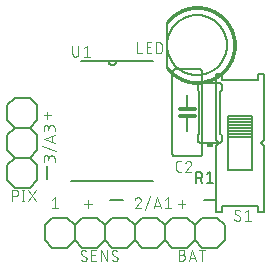
<source format=gbr>
G04 EAGLE Gerber RS-274X export*
G75*
%MOMM*%
%FSLAX34Y34*%
%LPD*%
%INSilkscreen Top*%
%IPPOS*%
%AMOC8*
5,1,8,0,0,1.08239X$1,22.5*%
G01*
%ADD10C,0.152400*%
%ADD11C,0.076200*%
%ADD12C,0.101600*%
%ADD13C,0.203200*%
%ADD14C,0.025400*%
%ADD15R,0.508000X0.381000*%
%ADD16C,0.127000*%
%ADD17C,0.304800*%


D10*
X395252Y451866D02*
X395252Y462703D01*
X448818Y433804D02*
X459655Y433804D01*
X528066Y433804D02*
X538903Y433804D01*
D11*
X398907Y505940D02*
X392642Y505940D01*
X395774Y509072D02*
X395774Y502807D01*
X427101Y430756D02*
X433366Y430756D01*
X430234Y433888D02*
X430234Y427623D01*
X506349Y430756D02*
X512614Y430756D01*
X509482Y433888D02*
X509482Y427623D01*
X401955Y466725D02*
X401955Y469336D01*
X401953Y469437D01*
X401947Y469538D01*
X401937Y469639D01*
X401924Y469739D01*
X401906Y469839D01*
X401885Y469938D01*
X401859Y470036D01*
X401830Y470133D01*
X401798Y470229D01*
X401761Y470323D01*
X401721Y470416D01*
X401677Y470508D01*
X401630Y470597D01*
X401579Y470685D01*
X401525Y470771D01*
X401468Y470854D01*
X401408Y470936D01*
X401344Y471014D01*
X401278Y471091D01*
X401208Y471164D01*
X401136Y471235D01*
X401061Y471303D01*
X400983Y471368D01*
X400903Y471430D01*
X400821Y471489D01*
X400736Y471545D01*
X400650Y471597D01*
X400561Y471646D01*
X400470Y471692D01*
X400378Y471733D01*
X400284Y471772D01*
X400189Y471806D01*
X400093Y471837D01*
X399995Y471864D01*
X399897Y471888D01*
X399797Y471907D01*
X399697Y471923D01*
X399597Y471935D01*
X399496Y471943D01*
X399395Y471947D01*
X399293Y471947D01*
X399192Y471943D01*
X399091Y471935D01*
X398991Y471923D01*
X398891Y471907D01*
X398791Y471888D01*
X398693Y471864D01*
X398595Y471837D01*
X398499Y471806D01*
X398404Y471772D01*
X398310Y471733D01*
X398218Y471692D01*
X398127Y471646D01*
X398039Y471597D01*
X397952Y471545D01*
X397867Y471489D01*
X397785Y471430D01*
X397705Y471368D01*
X397627Y471303D01*
X397552Y471235D01*
X397480Y471164D01*
X397410Y471091D01*
X397344Y471014D01*
X397280Y470936D01*
X397220Y470854D01*
X397163Y470771D01*
X397109Y470685D01*
X397058Y470597D01*
X397011Y470508D01*
X396967Y470416D01*
X396927Y470323D01*
X396890Y470229D01*
X396858Y470133D01*
X396829Y470036D01*
X396803Y469938D01*
X396782Y469839D01*
X396764Y469739D01*
X396751Y469639D01*
X396741Y469538D01*
X396735Y469437D01*
X396733Y469336D01*
X392557Y469858D02*
X392557Y466725D01*
X392557Y469858D02*
X392559Y469948D01*
X392565Y470037D01*
X392574Y470127D01*
X392588Y470216D01*
X392605Y470304D01*
X392626Y470391D01*
X392651Y470478D01*
X392680Y470563D01*
X392712Y470647D01*
X392747Y470729D01*
X392787Y470810D01*
X392829Y470889D01*
X392875Y470966D01*
X392925Y471041D01*
X392977Y471114D01*
X393033Y471185D01*
X393091Y471253D01*
X393153Y471318D01*
X393217Y471381D01*
X393284Y471441D01*
X393353Y471498D01*
X393425Y471552D01*
X393499Y471603D01*
X393575Y471651D01*
X393653Y471695D01*
X393733Y471736D01*
X393815Y471774D01*
X393898Y471808D01*
X393983Y471838D01*
X394069Y471865D01*
X394155Y471888D01*
X394243Y471907D01*
X394332Y471922D01*
X394421Y471934D01*
X394510Y471942D01*
X394600Y471946D01*
X394690Y471946D01*
X394780Y471942D01*
X394869Y471934D01*
X394958Y471922D01*
X395047Y471907D01*
X395135Y471888D01*
X395221Y471865D01*
X395307Y471838D01*
X395392Y471808D01*
X395475Y471774D01*
X395557Y471736D01*
X395637Y471695D01*
X395715Y471651D01*
X395791Y471603D01*
X395865Y471552D01*
X395937Y471498D01*
X396006Y471441D01*
X396073Y471381D01*
X396137Y471318D01*
X396199Y471253D01*
X396257Y471185D01*
X396313Y471114D01*
X396365Y471041D01*
X396415Y470966D01*
X396461Y470889D01*
X396503Y470810D01*
X396543Y470729D01*
X396578Y470647D01*
X396610Y470563D01*
X396639Y470478D01*
X396664Y470391D01*
X396685Y470304D01*
X396702Y470216D01*
X396716Y470127D01*
X396725Y470037D01*
X396731Y469948D01*
X396733Y469858D01*
X396734Y469858D02*
X396734Y467769D01*
X402999Y475477D02*
X391513Y479654D01*
X392557Y485795D02*
X401955Y482662D01*
X401955Y488927D02*
X392557Y485795D01*
X399606Y488144D02*
X399606Y483445D01*
X401955Y492328D02*
X401955Y494939D01*
X401953Y495040D01*
X401947Y495141D01*
X401937Y495242D01*
X401924Y495342D01*
X401906Y495442D01*
X401885Y495541D01*
X401859Y495639D01*
X401830Y495736D01*
X401798Y495832D01*
X401761Y495926D01*
X401721Y496019D01*
X401677Y496111D01*
X401630Y496200D01*
X401579Y496288D01*
X401525Y496374D01*
X401468Y496457D01*
X401408Y496539D01*
X401344Y496617D01*
X401278Y496694D01*
X401208Y496767D01*
X401136Y496838D01*
X401061Y496906D01*
X400983Y496971D01*
X400903Y497033D01*
X400821Y497092D01*
X400736Y497148D01*
X400650Y497200D01*
X400561Y497249D01*
X400470Y497295D01*
X400378Y497336D01*
X400284Y497375D01*
X400189Y497409D01*
X400093Y497440D01*
X399995Y497467D01*
X399897Y497491D01*
X399797Y497510D01*
X399697Y497526D01*
X399597Y497538D01*
X399496Y497546D01*
X399395Y497550D01*
X399293Y497550D01*
X399192Y497546D01*
X399091Y497538D01*
X398991Y497526D01*
X398891Y497510D01*
X398791Y497491D01*
X398693Y497467D01*
X398595Y497440D01*
X398499Y497409D01*
X398404Y497375D01*
X398310Y497336D01*
X398218Y497295D01*
X398127Y497249D01*
X398039Y497200D01*
X397952Y497148D01*
X397867Y497092D01*
X397785Y497033D01*
X397705Y496971D01*
X397627Y496906D01*
X397552Y496838D01*
X397480Y496767D01*
X397410Y496694D01*
X397344Y496617D01*
X397280Y496539D01*
X397220Y496457D01*
X397163Y496374D01*
X397109Y496288D01*
X397058Y496200D01*
X397011Y496111D01*
X396967Y496019D01*
X396927Y495926D01*
X396890Y495832D01*
X396858Y495736D01*
X396829Y495639D01*
X396803Y495541D01*
X396782Y495442D01*
X396764Y495342D01*
X396751Y495242D01*
X396741Y495141D01*
X396735Y495040D01*
X396733Y494939D01*
X392557Y495461D02*
X392557Y492328D01*
X392557Y495461D02*
X392559Y495551D01*
X392565Y495640D01*
X392574Y495730D01*
X392588Y495819D01*
X392605Y495907D01*
X392626Y495994D01*
X392651Y496081D01*
X392680Y496166D01*
X392712Y496250D01*
X392747Y496332D01*
X392787Y496413D01*
X392829Y496492D01*
X392875Y496569D01*
X392925Y496644D01*
X392977Y496717D01*
X393033Y496788D01*
X393091Y496856D01*
X393153Y496921D01*
X393217Y496984D01*
X393284Y497044D01*
X393353Y497101D01*
X393425Y497155D01*
X393499Y497206D01*
X393575Y497254D01*
X393653Y497298D01*
X393733Y497339D01*
X393815Y497377D01*
X393898Y497411D01*
X393983Y497441D01*
X394069Y497468D01*
X394155Y497491D01*
X394243Y497510D01*
X394332Y497525D01*
X394421Y497537D01*
X394510Y497545D01*
X394600Y497549D01*
X394690Y497549D01*
X394780Y497545D01*
X394869Y497537D01*
X394958Y497525D01*
X395047Y497510D01*
X395135Y497491D01*
X395221Y497468D01*
X395307Y497441D01*
X395392Y497411D01*
X395475Y497377D01*
X395557Y497339D01*
X395637Y497298D01*
X395715Y497254D01*
X395791Y497206D01*
X395865Y497155D01*
X395937Y497101D01*
X396006Y497044D01*
X396073Y496984D01*
X396137Y496921D01*
X396199Y496856D01*
X396257Y496788D01*
X396313Y496717D01*
X396365Y496644D01*
X396415Y496569D01*
X396461Y496492D01*
X396503Y496413D01*
X396543Y496332D01*
X396578Y496250D01*
X396610Y496166D01*
X396639Y496081D01*
X396664Y495994D01*
X396685Y495907D01*
X396702Y495819D01*
X396716Y495730D01*
X396725Y495640D01*
X396731Y495551D01*
X396733Y495461D01*
X396734Y495461D02*
X396734Y493372D01*
X472645Y436500D02*
X472740Y436498D01*
X472834Y436492D01*
X472928Y436483D01*
X473022Y436470D01*
X473115Y436453D01*
X473207Y436432D01*
X473299Y436407D01*
X473389Y436379D01*
X473478Y436347D01*
X473566Y436312D01*
X473652Y436273D01*
X473737Y436231D01*
X473820Y436185D01*
X473901Y436136D01*
X473980Y436084D01*
X474057Y436029D01*
X474131Y435970D01*
X474203Y435909D01*
X474273Y435845D01*
X474340Y435778D01*
X474404Y435708D01*
X474465Y435636D01*
X474524Y435562D01*
X474579Y435485D01*
X474631Y435406D01*
X474680Y435325D01*
X474726Y435242D01*
X474768Y435157D01*
X474807Y435071D01*
X474842Y434983D01*
X474874Y434894D01*
X474902Y434804D01*
X474927Y434712D01*
X474948Y434620D01*
X474965Y434527D01*
X474978Y434433D01*
X474987Y434339D01*
X474993Y434245D01*
X474995Y434150D01*
X472645Y436499D02*
X472537Y436497D01*
X472428Y436491D01*
X472320Y436481D01*
X472213Y436468D01*
X472106Y436450D01*
X471999Y436429D01*
X471894Y436404D01*
X471789Y436375D01*
X471686Y436343D01*
X471584Y436306D01*
X471483Y436266D01*
X471384Y436223D01*
X471286Y436176D01*
X471190Y436125D01*
X471096Y436071D01*
X471004Y436014D01*
X470914Y435953D01*
X470826Y435889D01*
X470741Y435823D01*
X470658Y435753D01*
X470578Y435680D01*
X470500Y435604D01*
X470425Y435526D01*
X470353Y435445D01*
X470284Y435361D01*
X470218Y435275D01*
X470155Y435187D01*
X470096Y435096D01*
X470039Y435004D01*
X469986Y434909D01*
X469937Y434813D01*
X469891Y434714D01*
X469848Y434615D01*
X469809Y434513D01*
X469774Y434411D01*
X474211Y432322D02*
X474280Y432391D01*
X474346Y432462D01*
X474410Y432535D01*
X474471Y432611D01*
X474529Y432690D01*
X474583Y432770D01*
X474635Y432853D01*
X474683Y432937D01*
X474729Y433023D01*
X474770Y433111D01*
X474809Y433201D01*
X474844Y433292D01*
X474875Y433384D01*
X474903Y433477D01*
X474927Y433571D01*
X474947Y433666D01*
X474964Y433762D01*
X474977Y433859D01*
X474986Y433956D01*
X474992Y434053D01*
X474994Y434150D01*
X474211Y432322D02*
X469773Y427101D01*
X474994Y427101D01*
X478525Y426057D02*
X482702Y437543D01*
X488843Y436499D02*
X485710Y427101D01*
X491975Y427101D02*
X488843Y436499D01*
X491192Y429451D02*
X486493Y429451D01*
X495376Y434411D02*
X497987Y436499D01*
X497987Y427101D01*
X500597Y427101D02*
X495376Y427101D01*
X402280Y436499D02*
X399669Y434411D01*
X402280Y436499D02*
X402280Y427101D01*
X404890Y427101D02*
X399669Y427101D01*
D10*
X416052Y449900D02*
X485648Y449900D01*
X485648Y551500D02*
X453898Y551500D01*
X447802Y551500D01*
X424180Y551500D01*
X447802Y551500D02*
X447804Y551391D01*
X447810Y551283D01*
X447819Y551174D01*
X447833Y551066D01*
X447850Y550959D01*
X447872Y550852D01*
X447897Y550746D01*
X447925Y550641D01*
X447958Y550537D01*
X447994Y550435D01*
X448034Y550334D01*
X448077Y550234D01*
X448124Y550136D01*
X448175Y550039D01*
X448229Y549945D01*
X448286Y549852D01*
X448346Y549762D01*
X448410Y549673D01*
X448477Y549587D01*
X448546Y549504D01*
X448619Y549423D01*
X448695Y549345D01*
X448773Y549269D01*
X448854Y549196D01*
X448937Y549127D01*
X449023Y549060D01*
X449112Y548996D01*
X449202Y548936D01*
X449295Y548879D01*
X449389Y548825D01*
X449486Y548774D01*
X449584Y548727D01*
X449684Y548684D01*
X449785Y548644D01*
X449887Y548608D01*
X449991Y548575D01*
X450096Y548547D01*
X450202Y548522D01*
X450309Y548500D01*
X450416Y548483D01*
X450524Y548469D01*
X450633Y548460D01*
X450741Y548454D01*
X450850Y548452D01*
X450959Y548454D01*
X451067Y548460D01*
X451176Y548469D01*
X451284Y548483D01*
X451391Y548500D01*
X451498Y548522D01*
X451604Y548547D01*
X451709Y548575D01*
X451813Y548608D01*
X451915Y548644D01*
X452016Y548684D01*
X452116Y548727D01*
X452214Y548774D01*
X452311Y548825D01*
X452405Y548879D01*
X452498Y548936D01*
X452588Y548996D01*
X452677Y549060D01*
X452763Y549127D01*
X452846Y549196D01*
X452927Y549269D01*
X453005Y549345D01*
X453081Y549423D01*
X453154Y549504D01*
X453223Y549587D01*
X453290Y549673D01*
X453354Y549762D01*
X453414Y549852D01*
X453471Y549945D01*
X453525Y550039D01*
X453576Y550136D01*
X453623Y550234D01*
X453666Y550334D01*
X453706Y550435D01*
X453742Y550537D01*
X453775Y550641D01*
X453803Y550746D01*
X453828Y550852D01*
X453850Y550959D01*
X453867Y551066D01*
X453881Y551174D01*
X453890Y551283D01*
X453896Y551391D01*
X453898Y551500D01*
D12*
X417019Y558080D02*
X417019Y564684D01*
X417019Y558080D02*
X417021Y557980D01*
X417027Y557881D01*
X417037Y557781D01*
X417050Y557683D01*
X417068Y557584D01*
X417089Y557487D01*
X417114Y557391D01*
X417143Y557295D01*
X417176Y557201D01*
X417212Y557108D01*
X417252Y557017D01*
X417296Y556927D01*
X417343Y556839D01*
X417393Y556753D01*
X417447Y556669D01*
X417504Y556587D01*
X417564Y556508D01*
X417628Y556430D01*
X417694Y556356D01*
X417763Y556284D01*
X417835Y556215D01*
X417909Y556149D01*
X417987Y556085D01*
X418066Y556025D01*
X418148Y555968D01*
X418232Y555914D01*
X418318Y555864D01*
X418406Y555817D01*
X418496Y555773D01*
X418587Y555733D01*
X418680Y555697D01*
X418774Y555664D01*
X418870Y555635D01*
X418966Y555610D01*
X419063Y555589D01*
X419162Y555571D01*
X419260Y555558D01*
X419360Y555548D01*
X419459Y555542D01*
X419559Y555540D01*
X419659Y555542D01*
X419758Y555548D01*
X419858Y555558D01*
X419956Y555571D01*
X420055Y555589D01*
X420152Y555610D01*
X420248Y555635D01*
X420344Y555664D01*
X420438Y555697D01*
X420531Y555733D01*
X420622Y555773D01*
X420712Y555817D01*
X420800Y555864D01*
X420886Y555914D01*
X420970Y555968D01*
X421052Y556025D01*
X421131Y556085D01*
X421209Y556149D01*
X421283Y556215D01*
X421355Y556284D01*
X421424Y556356D01*
X421490Y556430D01*
X421554Y556508D01*
X421614Y556587D01*
X421671Y556669D01*
X421725Y556753D01*
X421775Y556839D01*
X421822Y556927D01*
X421866Y557017D01*
X421906Y557108D01*
X421942Y557201D01*
X421975Y557295D01*
X422004Y557391D01*
X422029Y557487D01*
X422050Y557584D01*
X422068Y557683D01*
X422081Y557781D01*
X422091Y557881D01*
X422097Y557980D01*
X422099Y558080D01*
X422099Y564684D01*
X426468Y562652D02*
X429008Y564684D01*
X429008Y555540D01*
X426468Y555540D02*
X431548Y555540D01*
D13*
X497078Y546354D02*
X497078Y584454D01*
D14*
X496240Y545567D02*
X498069Y546939D01*
X498069Y546938D02*
X498528Y546347D01*
X499001Y545767D01*
X499488Y545199D01*
X499989Y544643D01*
X500503Y544100D01*
X501030Y543569D01*
X501570Y543051D01*
X502123Y542546D01*
X502688Y542056D01*
X503265Y541579D01*
X503853Y541116D01*
X504452Y540668D01*
X505063Y540235D01*
X505683Y539816D01*
X506314Y539414D01*
X506954Y539026D01*
X507603Y538654D01*
X508262Y538299D01*
X508929Y537959D01*
X509604Y537636D01*
X510287Y537330D01*
X510977Y537040D01*
X511673Y536767D01*
X512377Y536512D01*
X513086Y536274D01*
X513801Y536053D01*
X514521Y535849D01*
X515246Y535664D01*
X515975Y535496D01*
X516709Y535346D01*
X517445Y535214D01*
X518185Y535100D01*
X518927Y535004D01*
X519671Y534926D01*
X520417Y534866D01*
X521164Y534825D01*
X521912Y534802D01*
X522661Y534798D01*
X523409Y534811D01*
X524157Y534843D01*
X524903Y534893D01*
X525648Y534962D01*
X526392Y535048D01*
X527133Y535153D01*
X527871Y535276D01*
X528606Y535417D01*
X529337Y535575D01*
X530064Y535752D01*
X530787Y535946D01*
X531505Y536158D01*
X532217Y536388D01*
X532923Y536635D01*
X533624Y536899D01*
X534317Y537180D01*
X535004Y537477D01*
X535683Y537792D01*
X536354Y538123D01*
X537017Y538470D01*
X537671Y538834D01*
X538316Y539213D01*
X538951Y539608D01*
X539577Y540019D01*
X540193Y540444D01*
X540798Y540885D01*
X541392Y541340D01*
X541974Y541810D01*
X542545Y542294D01*
X543104Y542791D01*
X543651Y543302D01*
X544185Y543826D01*
X544706Y544363D01*
X545214Y544913D01*
X545708Y545475D01*
X546188Y546049D01*
X546654Y546634D01*
X547106Y547231D01*
X547543Y547839D01*
X547965Y548457D01*
X548372Y549085D01*
X548763Y549723D01*
X549138Y550370D01*
X549498Y551026D01*
X549841Y551691D01*
X550168Y552364D01*
X550479Y553045D01*
X550773Y553733D01*
X551049Y554429D01*
X551309Y555130D01*
X551552Y555838D01*
X551777Y556552D01*
X551985Y557271D01*
X552175Y557995D01*
X552347Y558723D01*
X552501Y559455D01*
X552638Y560191D01*
X552756Y560930D01*
X552857Y561672D01*
X552939Y562415D01*
X553003Y563161D01*
X553048Y563908D01*
X553076Y564656D01*
X553085Y565404D01*
X553076Y566152D01*
X553048Y566900D01*
X553003Y567647D01*
X552939Y568393D01*
X552857Y569136D01*
X552756Y569878D01*
X552638Y570617D01*
X552501Y571353D01*
X552347Y572085D01*
X552175Y572813D01*
X551985Y573537D01*
X551777Y574256D01*
X551552Y574970D01*
X551309Y575678D01*
X551049Y576379D01*
X550773Y577075D01*
X550479Y577763D01*
X550168Y578444D01*
X549841Y579117D01*
X549498Y579782D01*
X549138Y580438D01*
X548763Y581085D01*
X548372Y581723D01*
X547965Y582351D01*
X547543Y582969D01*
X547106Y583577D01*
X546654Y584174D01*
X546188Y584759D01*
X545708Y585333D01*
X545214Y585895D01*
X544706Y586445D01*
X544185Y586982D01*
X543651Y587506D01*
X543104Y588017D01*
X542545Y588514D01*
X541974Y588998D01*
X541392Y589468D01*
X540798Y589923D01*
X540193Y590364D01*
X539577Y590789D01*
X538951Y591200D01*
X538316Y591595D01*
X537671Y591974D01*
X537017Y592338D01*
X536354Y592685D01*
X535683Y593016D01*
X535004Y593331D01*
X534317Y593628D01*
X533624Y593909D01*
X532923Y594173D01*
X532217Y594420D01*
X531505Y594650D01*
X530787Y594862D01*
X530064Y595056D01*
X529337Y595233D01*
X528606Y595391D01*
X527871Y595532D01*
X527133Y595655D01*
X526392Y595760D01*
X525648Y595846D01*
X524903Y595915D01*
X524157Y595965D01*
X523409Y595997D01*
X522661Y596010D01*
X521912Y596006D01*
X521164Y595983D01*
X520417Y595942D01*
X519671Y595882D01*
X518927Y595804D01*
X518185Y595708D01*
X517445Y595594D01*
X516709Y595462D01*
X515975Y595312D01*
X515246Y595144D01*
X514521Y594959D01*
X513801Y594755D01*
X513086Y594534D01*
X512377Y594296D01*
X511673Y594041D01*
X510977Y593768D01*
X510287Y593478D01*
X509604Y593172D01*
X508929Y592849D01*
X508262Y592509D01*
X507603Y592154D01*
X506954Y591782D01*
X506314Y591394D01*
X505683Y590992D01*
X505063Y590573D01*
X504452Y590140D01*
X503853Y589692D01*
X503265Y589229D01*
X502688Y588752D01*
X502123Y588262D01*
X501570Y587757D01*
X501030Y587239D01*
X500503Y586708D01*
X499989Y586165D01*
X499488Y585609D01*
X499001Y585041D01*
X498528Y584461D01*
X498069Y583870D01*
X496240Y585241D01*
X496733Y585877D01*
X497241Y586500D01*
X497765Y587111D01*
X498303Y587709D01*
X498855Y588293D01*
X499422Y588864D01*
X500002Y589421D01*
X500596Y589963D01*
X501203Y590491D01*
X501823Y591003D01*
X502455Y591501D01*
X503099Y591983D01*
X503755Y592448D01*
X504422Y592898D01*
X505100Y593331D01*
X505788Y593748D01*
X506486Y594148D01*
X507193Y594530D01*
X507910Y594895D01*
X508635Y595242D01*
X509369Y595572D01*
X510111Y595883D01*
X510860Y596177D01*
X511615Y596452D01*
X512378Y596708D01*
X513146Y596946D01*
X513920Y597164D01*
X514699Y597364D01*
X515483Y597545D01*
X516271Y597706D01*
X517063Y597848D01*
X517858Y597971D01*
X518655Y598074D01*
X519455Y598158D01*
X520257Y598222D01*
X521060Y598266D01*
X521864Y598291D01*
X522668Y598296D01*
X523473Y598282D01*
X524276Y598248D01*
X525079Y598194D01*
X525880Y598121D01*
X526679Y598028D01*
X527475Y597915D01*
X528268Y597783D01*
X529058Y597632D01*
X529844Y597462D01*
X530626Y597272D01*
X531403Y597063D01*
X532174Y596835D01*
X532940Y596589D01*
X533699Y596324D01*
X534452Y596040D01*
X535197Y595738D01*
X535935Y595418D01*
X536665Y595080D01*
X537387Y594724D01*
X538099Y594351D01*
X538802Y593960D01*
X539495Y593553D01*
X540179Y593128D01*
X540851Y592687D01*
X541513Y592230D01*
X542163Y591756D01*
X542801Y591267D01*
X543428Y590763D01*
X544042Y590243D01*
X544642Y589708D01*
X545230Y589159D01*
X545804Y588595D01*
X546364Y588018D01*
X546910Y587427D01*
X547441Y586823D01*
X547957Y586207D01*
X548458Y585577D01*
X548944Y584936D01*
X549414Y584283D01*
X549867Y583619D01*
X550304Y582944D01*
X550725Y582258D01*
X551129Y581563D01*
X551515Y580857D01*
X551884Y580143D01*
X552236Y579419D01*
X552570Y578687D01*
X552885Y577948D01*
X553183Y577200D01*
X553462Y576446D01*
X553723Y575685D01*
X553965Y574918D01*
X554188Y574145D01*
X554392Y573367D01*
X554578Y572585D01*
X554744Y571798D01*
X554890Y571007D01*
X555018Y570213D01*
X555125Y569416D01*
X555214Y568616D01*
X555283Y567815D01*
X555332Y567012D01*
X555361Y566208D01*
X555371Y565404D01*
X555361Y564600D01*
X555332Y563796D01*
X555283Y562993D01*
X555214Y562192D01*
X555125Y561392D01*
X555018Y560595D01*
X554890Y559801D01*
X554744Y559010D01*
X554578Y558223D01*
X554392Y557441D01*
X554188Y556663D01*
X553965Y555890D01*
X553723Y555123D01*
X553462Y554362D01*
X553183Y553608D01*
X552885Y552860D01*
X552570Y552121D01*
X552236Y551389D01*
X551884Y550665D01*
X551515Y549951D01*
X551129Y549245D01*
X550725Y548550D01*
X550304Y547864D01*
X549867Y547189D01*
X549414Y546525D01*
X548944Y545872D01*
X548458Y545231D01*
X547957Y544601D01*
X547441Y543985D01*
X546910Y543381D01*
X546364Y542790D01*
X545804Y542213D01*
X545230Y541649D01*
X544642Y541100D01*
X544042Y540565D01*
X543428Y540045D01*
X542801Y539541D01*
X542163Y539052D01*
X541513Y538578D01*
X540851Y538121D01*
X540179Y537680D01*
X539495Y537255D01*
X538802Y536848D01*
X538099Y536457D01*
X537387Y536084D01*
X536665Y535728D01*
X535935Y535390D01*
X535197Y535070D01*
X534452Y534768D01*
X533699Y534484D01*
X532940Y534219D01*
X532174Y533973D01*
X531403Y533745D01*
X530626Y533536D01*
X529844Y533346D01*
X529058Y533176D01*
X528268Y533025D01*
X527475Y532893D01*
X526679Y532780D01*
X525880Y532687D01*
X525079Y532614D01*
X524276Y532560D01*
X523473Y532526D01*
X522668Y532512D01*
X521864Y532517D01*
X521060Y532542D01*
X520257Y532586D01*
X519455Y532650D01*
X518655Y532734D01*
X517858Y532837D01*
X517063Y532960D01*
X516271Y533102D01*
X515483Y533263D01*
X514699Y533444D01*
X513920Y533644D01*
X513146Y533862D01*
X512378Y534100D01*
X511615Y534356D01*
X510860Y534631D01*
X510111Y534925D01*
X509369Y535236D01*
X508635Y535566D01*
X507910Y535913D01*
X507193Y536278D01*
X506486Y536660D01*
X505788Y537060D01*
X505100Y537477D01*
X504422Y537910D01*
X503755Y538360D01*
X503099Y538825D01*
X502455Y539307D01*
X501823Y539805D01*
X501203Y540317D01*
X500596Y540845D01*
X500002Y541387D01*
X499422Y541944D01*
X498855Y542515D01*
X498303Y543099D01*
X497765Y543697D01*
X497241Y544308D01*
X496733Y544931D01*
X496240Y545567D01*
X496432Y545711D01*
X496921Y545080D01*
X497426Y544461D01*
X497945Y543855D01*
X498480Y543261D01*
X499028Y542681D01*
X499591Y542115D01*
X500167Y541562D01*
X500757Y541024D01*
X501359Y540500D01*
X501975Y539991D01*
X502602Y539497D01*
X503241Y539019D01*
X503892Y538556D01*
X504554Y538110D01*
X505227Y537680D01*
X505910Y537266D01*
X506603Y536870D01*
X507305Y536490D01*
X508017Y536128D01*
X508737Y535783D01*
X509465Y535456D01*
X510202Y535147D01*
X510945Y534856D01*
X511695Y534583D01*
X512452Y534328D01*
X513215Y534092D01*
X513983Y533875D01*
X514757Y533677D01*
X515535Y533498D01*
X516317Y533337D01*
X517103Y533196D01*
X517892Y533075D01*
X518684Y532972D01*
X519478Y532889D01*
X520274Y532825D01*
X521071Y532781D01*
X521869Y532757D01*
X522668Y532752D01*
X523466Y532766D01*
X524264Y532800D01*
X525060Y532853D01*
X525855Y532926D01*
X526648Y533018D01*
X527439Y533130D01*
X528227Y533261D01*
X529011Y533411D01*
X529791Y533580D01*
X530567Y533769D01*
X531338Y533976D01*
X532104Y534202D01*
X532864Y534447D01*
X533618Y534710D01*
X534365Y534992D01*
X535105Y535291D01*
X535838Y535609D01*
X536562Y535945D01*
X537278Y536298D01*
X537985Y536668D01*
X538683Y537056D01*
X539372Y537461D01*
X540050Y537882D01*
X540717Y538320D01*
X541374Y538774D01*
X542020Y539244D01*
X542653Y539730D01*
X543275Y540231D01*
X543884Y540747D01*
X544481Y541277D01*
X545064Y541823D01*
X545634Y542382D01*
X546190Y542955D01*
X546732Y543542D01*
X547259Y544141D01*
X547772Y544753D01*
X548269Y545378D01*
X548751Y546015D01*
X549217Y546663D01*
X549667Y547322D01*
X550101Y547992D01*
X550519Y548673D01*
X550920Y549364D01*
X551303Y550064D01*
X551670Y550773D01*
X552019Y551491D01*
X552350Y552218D01*
X552664Y552952D01*
X552959Y553694D01*
X553236Y554443D01*
X553495Y555198D01*
X553735Y555959D01*
X553957Y556726D01*
X554160Y557499D01*
X554343Y558276D01*
X554508Y559057D01*
X554654Y559842D01*
X554780Y560630D01*
X554887Y561422D01*
X554975Y562215D01*
X555043Y563011D01*
X555092Y563808D01*
X555121Y564606D01*
X555131Y565404D01*
X555121Y566202D01*
X555092Y567000D01*
X555043Y567797D01*
X554975Y568593D01*
X554887Y569386D01*
X554780Y570178D01*
X554654Y570966D01*
X554508Y571751D01*
X554343Y572532D01*
X554160Y573309D01*
X553957Y574082D01*
X553735Y574849D01*
X553495Y575610D01*
X553236Y576365D01*
X552959Y577114D01*
X552664Y577856D01*
X552350Y578590D01*
X552019Y579317D01*
X551670Y580035D01*
X551303Y580744D01*
X550920Y581444D01*
X550519Y582135D01*
X550101Y582816D01*
X549667Y583486D01*
X549217Y584145D01*
X548751Y584793D01*
X548269Y585430D01*
X547772Y586055D01*
X547259Y586667D01*
X546732Y587266D01*
X546190Y587853D01*
X545634Y588426D01*
X545064Y588985D01*
X544481Y589531D01*
X543884Y590061D01*
X543275Y590577D01*
X542653Y591078D01*
X542020Y591564D01*
X541374Y592034D01*
X540717Y592488D01*
X540050Y592926D01*
X539372Y593347D01*
X538683Y593752D01*
X537985Y594140D01*
X537278Y594510D01*
X536562Y594863D01*
X535838Y595199D01*
X535105Y595517D01*
X534365Y595816D01*
X533618Y596098D01*
X532864Y596361D01*
X532104Y596606D01*
X531338Y596832D01*
X530567Y597039D01*
X529791Y597228D01*
X529011Y597397D01*
X528227Y597547D01*
X527439Y597678D01*
X526648Y597790D01*
X525855Y597882D01*
X525060Y597955D01*
X524264Y598008D01*
X523466Y598042D01*
X522668Y598056D01*
X521869Y598051D01*
X521071Y598027D01*
X520274Y597983D01*
X519478Y597919D01*
X518684Y597836D01*
X517892Y597733D01*
X517103Y597612D01*
X516317Y597471D01*
X515535Y597310D01*
X514757Y597131D01*
X513983Y596933D01*
X513215Y596716D01*
X512452Y596480D01*
X511695Y596225D01*
X510945Y595952D01*
X510202Y595661D01*
X509465Y595352D01*
X508737Y595025D01*
X508017Y594680D01*
X507305Y594318D01*
X506603Y593938D01*
X505910Y593542D01*
X505227Y593128D01*
X504554Y592698D01*
X503892Y592252D01*
X503241Y591789D01*
X502602Y591311D01*
X501975Y590817D01*
X501359Y590308D01*
X500757Y589784D01*
X500167Y589246D01*
X499591Y588693D01*
X499028Y588127D01*
X498480Y587547D01*
X497945Y586953D01*
X497426Y586347D01*
X496921Y585728D01*
X496432Y585097D01*
X496624Y584953D01*
X497110Y585580D01*
X497611Y586194D01*
X498126Y586796D01*
X498657Y587385D01*
X499201Y587960D01*
X499760Y588523D01*
X500332Y589071D01*
X500917Y589606D01*
X501515Y590126D01*
X502126Y590631D01*
X502749Y591121D01*
X503383Y591596D01*
X504030Y592055D01*
X504687Y592498D01*
X505354Y592925D01*
X506033Y593335D01*
X506720Y593729D01*
X507418Y594106D01*
X508124Y594465D01*
X508839Y594808D01*
X509562Y595132D01*
X510292Y595439D01*
X511030Y595728D01*
X511775Y595999D01*
X512527Y596252D01*
X513284Y596486D01*
X514046Y596701D01*
X514814Y596898D01*
X515587Y597076D01*
X516363Y597235D01*
X517143Y597375D01*
X517926Y597496D01*
X518712Y597598D01*
X519501Y597680D01*
X520291Y597743D01*
X521082Y597787D01*
X521874Y597811D01*
X522667Y597816D01*
X523459Y597802D01*
X524251Y597768D01*
X525042Y597715D01*
X525831Y597643D01*
X526618Y597551D01*
X527403Y597441D01*
X528185Y597311D01*
X528963Y597162D01*
X529738Y596993D01*
X530508Y596807D01*
X531274Y596601D01*
X532034Y596376D01*
X532788Y596134D01*
X533536Y595872D01*
X534278Y595593D01*
X535013Y595295D01*
X535740Y594980D01*
X536459Y594647D01*
X537170Y594296D01*
X537872Y593928D01*
X538565Y593543D01*
X539248Y593142D01*
X539921Y592723D01*
X540584Y592289D01*
X541236Y591838D01*
X541876Y591371D01*
X542505Y590889D01*
X543123Y590392D01*
X543727Y589880D01*
X544319Y589353D01*
X544898Y588812D01*
X545464Y588257D01*
X546016Y587688D01*
X546554Y587106D01*
X547077Y586510D01*
X547586Y585903D01*
X548080Y585283D01*
X548558Y584651D01*
X549021Y584007D01*
X549468Y583353D01*
X549898Y582688D01*
X550313Y582012D01*
X550711Y581326D01*
X551091Y580631D01*
X551455Y579927D01*
X551802Y579214D01*
X552131Y578493D01*
X552442Y577764D01*
X552735Y577028D01*
X553010Y576285D01*
X553267Y575535D01*
X553506Y574779D01*
X553726Y574018D01*
X553927Y573251D01*
X554109Y572480D01*
X554273Y571704D01*
X554417Y570925D01*
X554543Y570142D01*
X554649Y569357D01*
X554736Y568569D01*
X554804Y567780D01*
X554852Y566989D01*
X554881Y566197D01*
X554891Y565404D01*
X554881Y564611D01*
X554852Y563819D01*
X554804Y563028D01*
X554736Y562239D01*
X554649Y561451D01*
X554543Y560666D01*
X554417Y559883D01*
X554273Y559104D01*
X554109Y558328D01*
X553927Y557557D01*
X553726Y556790D01*
X553506Y556029D01*
X553267Y555273D01*
X553010Y554523D01*
X552735Y553780D01*
X552442Y553044D01*
X552131Y552315D01*
X551802Y551594D01*
X551455Y550881D01*
X551091Y550177D01*
X550711Y549482D01*
X550313Y548796D01*
X549898Y548120D01*
X549468Y547455D01*
X549021Y546801D01*
X548558Y546157D01*
X548080Y545525D01*
X547586Y544905D01*
X547077Y544298D01*
X546554Y543702D01*
X546016Y543120D01*
X545464Y542551D01*
X544898Y541996D01*
X544319Y541455D01*
X543727Y540928D01*
X543123Y540416D01*
X542505Y539919D01*
X541876Y539437D01*
X541236Y538970D01*
X540584Y538519D01*
X539921Y538085D01*
X539248Y537666D01*
X538565Y537265D01*
X537872Y536880D01*
X537170Y536512D01*
X536459Y536161D01*
X535740Y535828D01*
X535013Y535513D01*
X534278Y535215D01*
X533536Y534936D01*
X532788Y534674D01*
X532034Y534432D01*
X531274Y534207D01*
X530508Y534001D01*
X529738Y533815D01*
X528963Y533646D01*
X528185Y533497D01*
X527403Y533367D01*
X526618Y533257D01*
X525831Y533165D01*
X525042Y533093D01*
X524251Y533040D01*
X523459Y533006D01*
X522667Y532992D01*
X521874Y532997D01*
X521082Y533021D01*
X520291Y533065D01*
X519501Y533128D01*
X518712Y533210D01*
X517926Y533312D01*
X517143Y533433D01*
X516363Y533573D01*
X515587Y533732D01*
X514814Y533910D01*
X514046Y534107D01*
X513284Y534322D01*
X512527Y534556D01*
X511775Y534809D01*
X511030Y535080D01*
X510292Y535369D01*
X509562Y535676D01*
X508839Y536000D01*
X508124Y536343D01*
X507418Y536702D01*
X506720Y537079D01*
X506033Y537473D01*
X505354Y537883D01*
X504687Y538310D01*
X504030Y538753D01*
X503383Y539212D01*
X502749Y539687D01*
X502126Y540177D01*
X501515Y540682D01*
X500917Y541202D01*
X500332Y541737D01*
X499760Y542285D01*
X499201Y542848D01*
X498657Y543423D01*
X498126Y544012D01*
X497611Y544614D01*
X497110Y545228D01*
X496624Y545855D01*
X496816Y545999D01*
X497298Y545377D01*
X497795Y544767D01*
X498307Y544170D01*
X498834Y543586D01*
X499374Y543014D01*
X499929Y542456D01*
X500496Y541911D01*
X501077Y541381D01*
X501671Y540865D01*
X502277Y540363D01*
X502896Y539877D01*
X503526Y539406D01*
X504167Y538950D01*
X504819Y538510D01*
X505482Y538087D01*
X506155Y537679D01*
X506838Y537288D01*
X507530Y536914D01*
X508231Y536558D01*
X508940Y536218D01*
X509658Y535896D01*
X510383Y535591D01*
X511116Y535304D01*
X511855Y535035D01*
X512601Y534785D01*
X513353Y534552D01*
X514110Y534338D01*
X514872Y534143D01*
X515638Y533966D01*
X516409Y533809D01*
X517183Y533670D01*
X517961Y533550D01*
X518741Y533449D01*
X519523Y533367D01*
X520308Y533304D01*
X521093Y533261D01*
X521879Y533237D01*
X522666Y533232D01*
X523453Y533246D01*
X524239Y533279D01*
X525023Y533332D01*
X525807Y533404D01*
X526588Y533495D01*
X527367Y533605D01*
X528143Y533734D01*
X528916Y533882D01*
X529685Y534049D01*
X530449Y534234D01*
X531209Y534438D01*
X531963Y534661D01*
X532712Y534902D01*
X533455Y535161D01*
X534191Y535439D01*
X534920Y535734D01*
X535642Y536047D01*
X536356Y536378D01*
X537061Y536726D01*
X537758Y537091D01*
X538446Y537473D01*
X539124Y537872D01*
X539792Y538287D01*
X540450Y538719D01*
X541097Y539166D01*
X541733Y539629D01*
X542357Y540108D01*
X542970Y540601D01*
X543570Y541110D01*
X544158Y541633D01*
X544733Y542170D01*
X545294Y542721D01*
X545842Y543285D01*
X546376Y543863D01*
X546895Y544454D01*
X547400Y545057D01*
X547890Y545673D01*
X548365Y546300D01*
X548824Y546939D01*
X549268Y547588D01*
X549696Y548249D01*
X550107Y548919D01*
X550502Y549600D01*
X550880Y550290D01*
X551241Y550989D01*
X551585Y551696D01*
X551911Y552412D01*
X552220Y553135D01*
X552511Y553866D01*
X552784Y554604D01*
X553039Y555348D01*
X553276Y556098D01*
X553494Y556854D01*
X553694Y557615D01*
X553875Y558381D01*
X554037Y559150D01*
X554181Y559924D01*
X554305Y560701D01*
X554411Y561480D01*
X554497Y562262D01*
X554564Y563046D01*
X554613Y563831D01*
X554641Y564617D01*
X554651Y565404D01*
X554641Y566191D01*
X554613Y566977D01*
X554564Y567762D01*
X554497Y568546D01*
X554411Y569328D01*
X554305Y570107D01*
X554181Y570884D01*
X554037Y571658D01*
X553875Y572427D01*
X553694Y573193D01*
X553494Y573954D01*
X553276Y574710D01*
X553039Y575460D01*
X552784Y576204D01*
X552511Y576942D01*
X552220Y577673D01*
X551911Y578396D01*
X551585Y579112D01*
X551241Y579819D01*
X550880Y580518D01*
X550502Y581208D01*
X550107Y581889D01*
X549696Y582559D01*
X549268Y583220D01*
X548824Y583869D01*
X548365Y584508D01*
X547890Y585135D01*
X547400Y585751D01*
X546895Y586354D01*
X546376Y586945D01*
X545842Y587523D01*
X545294Y588087D01*
X544733Y588638D01*
X544158Y589175D01*
X543570Y589698D01*
X542970Y590207D01*
X542357Y590700D01*
X541733Y591179D01*
X541097Y591642D01*
X540450Y592089D01*
X539792Y592521D01*
X539124Y592936D01*
X538446Y593335D01*
X537758Y593717D01*
X537061Y594082D01*
X536356Y594430D01*
X535642Y594761D01*
X534920Y595074D01*
X534191Y595369D01*
X533455Y595647D01*
X532712Y595906D01*
X531963Y596147D01*
X531209Y596370D01*
X530449Y596574D01*
X529685Y596759D01*
X528916Y596926D01*
X528143Y597074D01*
X527367Y597203D01*
X526588Y597313D01*
X525807Y597404D01*
X525023Y597476D01*
X524239Y597529D01*
X523453Y597562D01*
X522666Y597576D01*
X521879Y597571D01*
X521093Y597547D01*
X520308Y597504D01*
X519523Y597441D01*
X518741Y597359D01*
X517961Y597258D01*
X517183Y597138D01*
X516409Y596999D01*
X515638Y596842D01*
X514872Y596665D01*
X514110Y596470D01*
X513353Y596256D01*
X512601Y596023D01*
X511855Y595773D01*
X511116Y595504D01*
X510383Y595217D01*
X509658Y594912D01*
X508940Y594590D01*
X508231Y594250D01*
X507530Y593894D01*
X506838Y593520D01*
X506155Y593129D01*
X505482Y592721D01*
X504819Y592298D01*
X504167Y591858D01*
X503526Y591402D01*
X502896Y590931D01*
X502277Y590445D01*
X501671Y589943D01*
X501077Y589427D01*
X500496Y588897D01*
X499929Y588352D01*
X499374Y587794D01*
X498834Y587222D01*
X498307Y586638D01*
X497795Y586041D01*
X497298Y585431D01*
X496816Y584809D01*
X497008Y584665D01*
X497487Y585282D01*
X497980Y585887D01*
X498488Y586480D01*
X499011Y587060D01*
X499547Y587628D01*
X500097Y588182D01*
X500661Y588722D01*
X501238Y589249D01*
X501827Y589761D01*
X502429Y590258D01*
X503042Y590741D01*
X503668Y591209D01*
X504304Y591661D01*
X504952Y592097D01*
X505609Y592518D01*
X506277Y592922D01*
X506955Y593310D01*
X507642Y593681D01*
X508338Y594036D01*
X509042Y594373D01*
X509754Y594693D01*
X510474Y594995D01*
X511201Y595280D01*
X511935Y595546D01*
X512675Y595795D01*
X513421Y596026D01*
X514173Y596238D01*
X514929Y596432D01*
X515690Y596607D01*
X516455Y596764D01*
X517223Y596902D01*
X517995Y597021D01*
X518769Y597121D01*
X519546Y597202D01*
X520324Y597264D01*
X521104Y597307D01*
X521884Y597331D01*
X522665Y597336D01*
X523446Y597322D01*
X524226Y597289D01*
X525005Y597237D01*
X525783Y597166D01*
X526558Y597075D01*
X527331Y596966D01*
X528102Y596838D01*
X528868Y596691D01*
X529631Y596525D01*
X530390Y596341D01*
X531144Y596139D01*
X531893Y595917D01*
X532636Y595678D01*
X533373Y595421D01*
X534104Y595145D01*
X534828Y594852D01*
X535544Y594541D01*
X536253Y594213D01*
X536953Y593868D01*
X537644Y593505D01*
X538327Y593126D01*
X539000Y592730D01*
X539663Y592318D01*
X540316Y591890D01*
X540958Y591446D01*
X541590Y590986D01*
X542209Y590512D01*
X542817Y590022D01*
X543413Y589517D01*
X543996Y588998D01*
X544567Y588465D01*
X545124Y587918D01*
X545668Y587357D01*
X546198Y586784D01*
X546713Y586197D01*
X547214Y585599D01*
X547701Y584988D01*
X548172Y584365D01*
X548628Y583731D01*
X549068Y583087D01*
X549493Y582431D01*
X549901Y581766D01*
X550293Y581090D01*
X550668Y580405D01*
X551026Y579712D01*
X551368Y579010D01*
X551692Y578299D01*
X551998Y577581D01*
X552287Y576856D01*
X552558Y576123D01*
X552811Y575385D01*
X553046Y574640D01*
X553263Y573890D01*
X553461Y573135D01*
X553641Y572375D01*
X553802Y571611D01*
X553944Y570843D01*
X554068Y570072D01*
X554173Y569298D01*
X554258Y568522D01*
X554325Y567744D01*
X554373Y566965D01*
X554401Y566185D01*
X554411Y565404D01*
X554401Y564623D01*
X554373Y563843D01*
X554325Y563064D01*
X554258Y562286D01*
X554173Y561510D01*
X554068Y560736D01*
X553944Y559965D01*
X553802Y559197D01*
X553641Y558433D01*
X553461Y557673D01*
X553263Y556918D01*
X553046Y556168D01*
X552811Y555423D01*
X552558Y554685D01*
X552287Y553952D01*
X551998Y553227D01*
X551692Y552509D01*
X551368Y551798D01*
X551026Y551096D01*
X550668Y550403D01*
X550293Y549718D01*
X549901Y549042D01*
X549493Y548377D01*
X549068Y547721D01*
X548628Y547077D01*
X548172Y546443D01*
X547701Y545820D01*
X547214Y545209D01*
X546713Y544611D01*
X546198Y544024D01*
X545668Y543451D01*
X545124Y542890D01*
X544567Y542343D01*
X543996Y541810D01*
X543413Y541291D01*
X542817Y540786D01*
X542209Y540296D01*
X541590Y539822D01*
X540958Y539362D01*
X540316Y538918D01*
X539663Y538490D01*
X539000Y538078D01*
X538327Y537682D01*
X537644Y537303D01*
X536953Y536940D01*
X536253Y536595D01*
X535544Y536267D01*
X534828Y535956D01*
X534104Y535663D01*
X533373Y535387D01*
X532636Y535130D01*
X531893Y534891D01*
X531144Y534669D01*
X530390Y534467D01*
X529631Y534283D01*
X528868Y534117D01*
X528102Y533970D01*
X527331Y533842D01*
X526558Y533733D01*
X525783Y533642D01*
X525005Y533571D01*
X524226Y533519D01*
X523446Y533486D01*
X522665Y533472D01*
X521884Y533477D01*
X521104Y533501D01*
X520324Y533544D01*
X519546Y533606D01*
X518769Y533687D01*
X517995Y533787D01*
X517223Y533906D01*
X516455Y534044D01*
X515690Y534201D01*
X514929Y534376D01*
X514173Y534570D01*
X513421Y534782D01*
X512675Y535013D01*
X511935Y535262D01*
X511201Y535528D01*
X510474Y535813D01*
X509754Y536115D01*
X509042Y536435D01*
X508338Y536772D01*
X507642Y537127D01*
X506955Y537498D01*
X506277Y537886D01*
X505609Y538290D01*
X504952Y538711D01*
X504304Y539147D01*
X503668Y539599D01*
X503042Y540067D01*
X502429Y540550D01*
X501827Y541047D01*
X501238Y541559D01*
X500661Y542086D01*
X500097Y542626D01*
X499547Y543180D01*
X499011Y543748D01*
X498488Y544328D01*
X497980Y544921D01*
X497487Y545526D01*
X497008Y546143D01*
X497200Y546287D01*
X497675Y545674D01*
X498165Y545074D01*
X498669Y544486D01*
X499188Y543910D01*
X499720Y543347D01*
X500266Y542797D01*
X500826Y542261D01*
X501398Y541738D01*
X501983Y541230D01*
X502580Y540736D01*
X503189Y540257D01*
X503810Y539793D01*
X504441Y539344D01*
X505084Y538911D01*
X505737Y538493D01*
X506400Y538092D01*
X507072Y537707D01*
X507754Y537339D01*
X508445Y536987D01*
X509144Y536653D01*
X509851Y536335D01*
X510565Y536035D01*
X511287Y535753D01*
X512015Y535488D01*
X512750Y535241D01*
X513490Y535012D01*
X514236Y534802D01*
X514986Y534609D01*
X515742Y534435D01*
X516501Y534280D01*
X517264Y534143D01*
X518029Y534025D01*
X518798Y533925D01*
X519569Y533845D01*
X520341Y533783D01*
X521115Y533740D01*
X521889Y533716D01*
X522664Y533712D01*
X523439Y533726D01*
X524213Y533759D01*
X524987Y533810D01*
X525758Y533881D01*
X526528Y533971D01*
X527295Y534079D01*
X528060Y534206D01*
X528821Y534352D01*
X529578Y534517D01*
X530331Y534699D01*
X531080Y534901D01*
X531823Y535120D01*
X532560Y535358D01*
X533292Y535613D01*
X534017Y535886D01*
X534735Y536177D01*
X535446Y536486D01*
X536149Y536811D01*
X536844Y537154D01*
X537531Y537514D01*
X538208Y537890D01*
X538876Y538283D01*
X539534Y538692D01*
X540182Y539117D01*
X540820Y539558D01*
X541446Y540014D01*
X542061Y540485D01*
X542665Y540972D01*
X543256Y541472D01*
X543835Y541988D01*
X544401Y542517D01*
X544954Y543060D01*
X545494Y543616D01*
X546020Y544185D01*
X546531Y544767D01*
X547029Y545361D01*
X547511Y545968D01*
X547979Y546585D01*
X548432Y547214D01*
X548869Y547854D01*
X549290Y548505D01*
X549695Y549166D01*
X550084Y549836D01*
X550456Y550515D01*
X550812Y551204D01*
X551151Y551901D01*
X551472Y552606D01*
X551776Y553319D01*
X552063Y554039D01*
X552332Y554765D01*
X552583Y555498D01*
X552816Y556237D01*
X553031Y556982D01*
X553228Y557731D01*
X553407Y558486D01*
X553567Y559244D01*
X553708Y560006D01*
X553831Y560771D01*
X553934Y561539D01*
X554020Y562309D01*
X554086Y563081D01*
X554133Y563855D01*
X554162Y564629D01*
X554171Y565404D01*
X554162Y566179D01*
X554133Y566953D01*
X554086Y567727D01*
X554020Y568499D01*
X553934Y569269D01*
X553831Y570037D01*
X553708Y570802D01*
X553567Y571564D01*
X553407Y572322D01*
X553228Y573077D01*
X553031Y573826D01*
X552816Y574571D01*
X552583Y575310D01*
X552332Y576043D01*
X552063Y576769D01*
X551776Y577489D01*
X551472Y578202D01*
X551151Y578907D01*
X550812Y579604D01*
X550456Y580293D01*
X550084Y580972D01*
X549695Y581642D01*
X549290Y582303D01*
X548869Y582954D01*
X548432Y583594D01*
X547979Y584223D01*
X547511Y584840D01*
X547029Y585447D01*
X546531Y586041D01*
X546020Y586623D01*
X545494Y587192D01*
X544954Y587748D01*
X544401Y588291D01*
X543835Y588820D01*
X543256Y589336D01*
X542665Y589836D01*
X542061Y590323D01*
X541446Y590794D01*
X540820Y591250D01*
X540182Y591691D01*
X539534Y592116D01*
X538876Y592525D01*
X538208Y592918D01*
X537531Y593294D01*
X536844Y593654D01*
X536149Y593997D01*
X535446Y594322D01*
X534735Y594631D01*
X534017Y594922D01*
X533292Y595195D01*
X532560Y595450D01*
X531823Y595688D01*
X531080Y595907D01*
X530331Y596109D01*
X529578Y596291D01*
X528821Y596456D01*
X528060Y596602D01*
X527295Y596729D01*
X526528Y596837D01*
X525758Y596927D01*
X524987Y596998D01*
X524213Y597049D01*
X523439Y597082D01*
X522664Y597096D01*
X521889Y597092D01*
X521115Y597068D01*
X520341Y597025D01*
X519569Y596963D01*
X518798Y596883D01*
X518029Y596783D01*
X517264Y596665D01*
X516501Y596528D01*
X515742Y596373D01*
X514986Y596199D01*
X514236Y596006D01*
X513490Y595796D01*
X512750Y595567D01*
X512015Y595320D01*
X511287Y595055D01*
X510565Y594773D01*
X509851Y594473D01*
X509144Y594155D01*
X508445Y593821D01*
X507754Y593469D01*
X507072Y593101D01*
X506400Y592716D01*
X505737Y592315D01*
X505084Y591897D01*
X504441Y591464D01*
X503810Y591015D01*
X503189Y590551D01*
X502580Y590072D01*
X501983Y589578D01*
X501398Y589070D01*
X500826Y588547D01*
X500266Y588011D01*
X499720Y587461D01*
X499188Y586898D01*
X498669Y586322D01*
X498165Y585734D01*
X497675Y585134D01*
X497200Y584521D01*
X497392Y584377D01*
X497863Y584985D01*
X498349Y585581D01*
X498850Y586165D01*
X499365Y586736D01*
X499893Y587295D01*
X500435Y587841D01*
X500990Y588373D01*
X501558Y588891D01*
X502139Y589396D01*
X502731Y589886D01*
X503336Y590361D01*
X503952Y590822D01*
X504579Y591267D01*
X505216Y591697D01*
X505864Y592111D01*
X506522Y592509D01*
X507190Y592891D01*
X507866Y593257D01*
X508552Y593606D01*
X509245Y593938D01*
X509947Y594253D01*
X510656Y594551D01*
X511372Y594831D01*
X512095Y595094D01*
X512824Y595339D01*
X513559Y595566D01*
X514299Y595775D01*
X515044Y595966D01*
X515793Y596138D01*
X516547Y596293D01*
X517304Y596428D01*
X518064Y596546D01*
X518826Y596644D01*
X519591Y596724D01*
X520358Y596785D01*
X521126Y596828D01*
X521895Y596852D01*
X522664Y596856D01*
X523432Y596843D01*
X524201Y596810D01*
X524968Y596758D01*
X525734Y596688D01*
X526498Y596599D01*
X527259Y596491D01*
X528018Y596365D01*
X528773Y596221D01*
X529525Y596057D01*
X530272Y595876D01*
X531015Y595676D01*
X531752Y595459D01*
X532485Y595223D01*
X533211Y594969D01*
X533930Y594698D01*
X534643Y594409D01*
X535349Y594103D01*
X536046Y593780D01*
X536736Y593440D01*
X537417Y593083D01*
X538089Y592709D01*
X538752Y592319D01*
X539406Y591913D01*
X540049Y591492D01*
X540681Y591054D01*
X541303Y590601D01*
X541913Y590134D01*
X542512Y589651D01*
X543099Y589154D01*
X543673Y588643D01*
X544235Y588118D01*
X544784Y587579D01*
X545320Y587027D01*
X545841Y586462D01*
X546349Y585885D01*
X546843Y585295D01*
X547322Y584693D01*
X547786Y584080D01*
X548235Y583456D01*
X548669Y582820D01*
X549087Y582175D01*
X549489Y581519D01*
X549875Y580854D01*
X550244Y580180D01*
X550597Y579496D01*
X550933Y578805D01*
X551253Y578105D01*
X551555Y577398D01*
X551839Y576683D01*
X552106Y575962D01*
X552355Y575234D01*
X552587Y574501D01*
X552800Y573762D01*
X552995Y573018D01*
X553172Y572270D01*
X553331Y571517D01*
X553471Y570761D01*
X553593Y570002D01*
X553696Y569240D01*
X553781Y568475D01*
X553846Y567709D01*
X553893Y566942D01*
X553922Y566173D01*
X553931Y565404D01*
X553922Y564635D01*
X553893Y563866D01*
X553846Y563099D01*
X553781Y562333D01*
X553696Y561568D01*
X553593Y560806D01*
X553471Y560047D01*
X553331Y559291D01*
X553172Y558538D01*
X552995Y557790D01*
X552800Y557046D01*
X552587Y556307D01*
X552355Y555574D01*
X552106Y554846D01*
X551839Y554125D01*
X551555Y553410D01*
X551253Y552703D01*
X550933Y552003D01*
X550597Y551312D01*
X550244Y550628D01*
X549875Y549954D01*
X549489Y549289D01*
X549087Y548633D01*
X548669Y547988D01*
X548235Y547352D01*
X547786Y546728D01*
X547322Y546115D01*
X546843Y545513D01*
X546349Y544923D01*
X545841Y544346D01*
X545320Y543781D01*
X544784Y543229D01*
X544235Y542690D01*
X543673Y542165D01*
X543099Y541654D01*
X542512Y541157D01*
X541913Y540674D01*
X541303Y540207D01*
X540681Y539754D01*
X540049Y539316D01*
X539406Y538895D01*
X538752Y538489D01*
X538089Y538099D01*
X537417Y537725D01*
X536736Y537368D01*
X536046Y537028D01*
X535349Y536705D01*
X534643Y536399D01*
X533930Y536110D01*
X533211Y535839D01*
X532485Y535585D01*
X531752Y535349D01*
X531015Y535132D01*
X530272Y534932D01*
X529525Y534751D01*
X528773Y534587D01*
X528018Y534443D01*
X527259Y534317D01*
X526498Y534209D01*
X525734Y534120D01*
X524968Y534050D01*
X524201Y533998D01*
X523432Y533965D01*
X522664Y533952D01*
X521895Y533956D01*
X521126Y533980D01*
X520358Y534023D01*
X519591Y534084D01*
X518826Y534164D01*
X518064Y534262D01*
X517304Y534380D01*
X516547Y534515D01*
X515793Y534670D01*
X515044Y534842D01*
X514299Y535033D01*
X513559Y535242D01*
X512824Y535469D01*
X512095Y535714D01*
X511372Y535977D01*
X510656Y536257D01*
X509947Y536555D01*
X509245Y536870D01*
X508552Y537202D01*
X507866Y537551D01*
X507190Y537917D01*
X506522Y538299D01*
X505864Y538697D01*
X505216Y539111D01*
X504579Y539541D01*
X503952Y539986D01*
X503336Y540447D01*
X502731Y540922D01*
X502139Y541412D01*
X501558Y541917D01*
X500990Y542435D01*
X500435Y542967D01*
X499893Y543513D01*
X499365Y544072D01*
X498850Y544643D01*
X498349Y545227D01*
X497863Y545823D01*
X497392Y546431D01*
X497584Y546575D01*
X498052Y545972D01*
X498534Y545380D01*
X499031Y544801D01*
X499542Y544234D01*
X500066Y543679D01*
X500604Y543138D01*
X501155Y542610D01*
X501718Y542095D01*
X502295Y541595D01*
X502883Y541108D01*
X503483Y540637D01*
X504094Y540180D01*
X504716Y539738D01*
X505349Y539311D01*
X505992Y538900D01*
X506645Y538505D01*
X507307Y538126D01*
X507979Y537763D01*
X508659Y537417D01*
X509347Y537087D01*
X510043Y536775D01*
X510747Y536479D01*
X511458Y536201D01*
X512175Y535940D01*
X512898Y535697D01*
X513628Y535472D01*
X514362Y535265D01*
X515101Y535075D01*
X515845Y534904D01*
X516593Y534751D01*
X517344Y534616D01*
X518098Y534500D01*
X518855Y534402D01*
X519614Y534323D01*
X520375Y534262D01*
X521137Y534220D01*
X521900Y534196D01*
X522663Y534192D01*
X523426Y534205D01*
X524188Y534238D01*
X524950Y534289D01*
X525710Y534359D01*
X526468Y534447D01*
X527223Y534554D01*
X527976Y534679D01*
X528726Y534823D01*
X529472Y534985D01*
X530213Y535165D01*
X530950Y535363D01*
X531682Y535579D01*
X532409Y535813D01*
X533129Y536065D01*
X533843Y536334D01*
X534551Y536620D01*
X535251Y536924D01*
X535943Y537245D01*
X536628Y537582D01*
X537304Y537937D01*
X537971Y538307D01*
X538629Y538694D01*
X539277Y539097D01*
X539915Y539516D01*
X540543Y539950D01*
X541160Y540399D01*
X541765Y540863D01*
X542360Y541342D01*
X542942Y541835D01*
X543512Y542343D01*
X544070Y542864D01*
X544614Y543398D01*
X545146Y543946D01*
X545663Y544507D01*
X546167Y545080D01*
X546657Y545665D01*
X547133Y546262D01*
X547593Y546871D01*
X548039Y547490D01*
X548469Y548121D01*
X548884Y548761D01*
X549283Y549412D01*
X549666Y550072D01*
X550033Y550741D01*
X550383Y551419D01*
X550716Y552106D01*
X551033Y552800D01*
X551333Y553502D01*
X551615Y554211D01*
X551880Y554927D01*
X552127Y555649D01*
X552357Y556377D01*
X552569Y557110D01*
X552763Y557848D01*
X552938Y558591D01*
X553096Y559337D01*
X553235Y560088D01*
X553356Y560841D01*
X553458Y561598D01*
X553542Y562356D01*
X553607Y563116D01*
X553654Y563878D01*
X553682Y564641D01*
X553691Y565404D01*
X553682Y566167D01*
X553654Y566930D01*
X553607Y567692D01*
X553542Y568452D01*
X553458Y569210D01*
X553356Y569967D01*
X553235Y570720D01*
X553096Y571471D01*
X552938Y572217D01*
X552763Y572960D01*
X552569Y573698D01*
X552357Y574431D01*
X552127Y575159D01*
X551880Y575881D01*
X551615Y576597D01*
X551333Y577306D01*
X551033Y578008D01*
X550716Y578702D01*
X550383Y579389D01*
X550033Y580067D01*
X549666Y580736D01*
X549283Y581396D01*
X548884Y582047D01*
X548469Y582687D01*
X548039Y583318D01*
X547593Y583937D01*
X547133Y584546D01*
X546657Y585143D01*
X546167Y585728D01*
X545663Y586301D01*
X545146Y586862D01*
X544614Y587410D01*
X544070Y587944D01*
X543512Y588465D01*
X542942Y588973D01*
X542360Y589466D01*
X541765Y589945D01*
X541160Y590409D01*
X540543Y590858D01*
X539915Y591292D01*
X539277Y591711D01*
X538629Y592114D01*
X537971Y592501D01*
X537304Y592871D01*
X536628Y593226D01*
X535943Y593563D01*
X535251Y593884D01*
X534551Y594188D01*
X533843Y594474D01*
X533129Y594743D01*
X532409Y594995D01*
X531682Y595229D01*
X530950Y595445D01*
X530213Y595643D01*
X529472Y595823D01*
X528726Y595985D01*
X527976Y596129D01*
X527223Y596254D01*
X526468Y596361D01*
X525710Y596449D01*
X524950Y596519D01*
X524188Y596570D01*
X523426Y596603D01*
X522663Y596616D01*
X521900Y596612D01*
X521137Y596588D01*
X520375Y596546D01*
X519614Y596485D01*
X518855Y596406D01*
X518098Y596308D01*
X517344Y596192D01*
X516593Y596057D01*
X515845Y595904D01*
X515101Y595733D01*
X514362Y595543D01*
X513628Y595336D01*
X512898Y595111D01*
X512175Y594868D01*
X511458Y594607D01*
X510747Y594329D01*
X510043Y594033D01*
X509347Y593721D01*
X508659Y593391D01*
X507979Y593045D01*
X507307Y592682D01*
X506645Y592303D01*
X505992Y591908D01*
X505349Y591497D01*
X504716Y591070D01*
X504094Y590628D01*
X503483Y590171D01*
X502883Y589700D01*
X502295Y589213D01*
X501718Y588713D01*
X501155Y588198D01*
X500604Y587670D01*
X500066Y587129D01*
X499542Y586574D01*
X499031Y586007D01*
X498534Y585428D01*
X498052Y584836D01*
X497584Y584233D01*
X497776Y584089D01*
X498240Y584688D01*
X498719Y585274D01*
X499212Y585849D01*
X499719Y586412D01*
X500239Y586962D01*
X500773Y587499D01*
X501319Y588024D01*
X501879Y588534D01*
X502450Y589031D01*
X503034Y589513D01*
X503629Y589981D01*
X504236Y590435D01*
X504853Y590873D01*
X505481Y591297D01*
X506119Y591705D01*
X506767Y592097D01*
X507425Y592473D01*
X508091Y592833D01*
X508766Y593176D01*
X509449Y593503D01*
X510140Y593813D01*
X510838Y594107D01*
X511543Y594383D01*
X512255Y594641D01*
X512973Y594882D01*
X513696Y595106D01*
X514425Y595312D01*
X515159Y595500D01*
X515897Y595670D01*
X516639Y595822D01*
X517384Y595955D01*
X518132Y596071D01*
X518883Y596168D01*
X519637Y596246D01*
X520392Y596307D01*
X521148Y596348D01*
X521905Y596372D01*
X522662Y596376D01*
X523419Y596363D01*
X524176Y596330D01*
X524931Y596280D01*
X525685Y596210D01*
X526438Y596123D01*
X527188Y596017D01*
X527935Y595893D01*
X528678Y595750D01*
X529418Y595589D01*
X530154Y595411D01*
X530886Y595214D01*
X531612Y595000D01*
X532333Y594767D01*
X533048Y594518D01*
X533756Y594251D01*
X534458Y593966D01*
X535153Y593665D01*
X535840Y593346D01*
X536519Y593011D01*
X537190Y592660D01*
X537852Y592292D01*
X538505Y591908D01*
X539148Y591508D01*
X539781Y591093D01*
X540404Y590662D01*
X541016Y590217D01*
X541617Y589756D01*
X542207Y589281D01*
X542785Y588791D01*
X543351Y588288D01*
X543904Y587771D01*
X544444Y587240D01*
X544971Y586697D01*
X545485Y586140D01*
X545985Y585572D01*
X546471Y584991D01*
X546943Y584398D01*
X547400Y583795D01*
X547842Y583180D01*
X548269Y582554D01*
X548681Y581919D01*
X549077Y581273D01*
X549457Y580618D01*
X549821Y579954D01*
X550168Y579281D01*
X550499Y578600D01*
X550814Y577911D01*
X551111Y577214D01*
X551391Y576511D01*
X551654Y575801D01*
X551899Y575084D01*
X552127Y574362D01*
X552337Y573634D01*
X552530Y572902D01*
X552704Y572165D01*
X552860Y571424D01*
X552998Y570679D01*
X553118Y569932D01*
X553220Y569181D01*
X553303Y568428D01*
X553368Y567674D01*
X553414Y566918D01*
X553442Y566161D01*
X553451Y565404D01*
X553442Y564647D01*
X553414Y563890D01*
X553368Y563134D01*
X553303Y562380D01*
X553220Y561627D01*
X553118Y560876D01*
X552998Y560129D01*
X552860Y559384D01*
X552704Y558643D01*
X552530Y557906D01*
X552337Y557174D01*
X552127Y556446D01*
X551899Y555724D01*
X551654Y555007D01*
X551391Y554297D01*
X551111Y553594D01*
X550814Y552897D01*
X550499Y552208D01*
X550168Y551527D01*
X549821Y550854D01*
X549457Y550190D01*
X549077Y549535D01*
X548681Y548889D01*
X548269Y548254D01*
X547842Y547628D01*
X547400Y547013D01*
X546943Y546410D01*
X546471Y545817D01*
X545985Y545236D01*
X545485Y544668D01*
X544971Y544111D01*
X544444Y543568D01*
X543904Y543037D01*
X543351Y542520D01*
X542785Y542017D01*
X542207Y541527D01*
X541617Y541052D01*
X541016Y540591D01*
X540404Y540146D01*
X539781Y539715D01*
X539148Y539300D01*
X538505Y538900D01*
X537852Y538516D01*
X537190Y538148D01*
X536519Y537797D01*
X535840Y537462D01*
X535153Y537143D01*
X534458Y536842D01*
X533756Y536557D01*
X533048Y536290D01*
X532333Y536041D01*
X531612Y535808D01*
X530886Y535594D01*
X530154Y535397D01*
X529418Y535219D01*
X528678Y535058D01*
X527935Y534915D01*
X527188Y534791D01*
X526438Y534685D01*
X525685Y534598D01*
X524931Y534528D01*
X524176Y534478D01*
X523419Y534445D01*
X522662Y534432D01*
X521905Y534436D01*
X521148Y534460D01*
X520392Y534501D01*
X519637Y534562D01*
X518883Y534640D01*
X518132Y534737D01*
X517384Y534853D01*
X516639Y534986D01*
X515897Y535138D01*
X515159Y535308D01*
X514425Y535496D01*
X513696Y535702D01*
X512973Y535926D01*
X512255Y536167D01*
X511543Y536425D01*
X510838Y536701D01*
X510140Y536995D01*
X509449Y537305D01*
X508766Y537632D01*
X508091Y537975D01*
X507425Y538335D01*
X506767Y538711D01*
X506119Y539103D01*
X505481Y539511D01*
X504853Y539935D01*
X504236Y540373D01*
X503629Y540827D01*
X503034Y541295D01*
X502450Y541777D01*
X501879Y542274D01*
X501319Y542784D01*
X500773Y543309D01*
X500239Y543846D01*
X499719Y544396D01*
X499212Y544959D01*
X498719Y545534D01*
X498240Y546120D01*
X497776Y546719D01*
X497968Y546863D01*
X498429Y546269D01*
X498904Y545687D01*
X499393Y545116D01*
X499896Y544558D01*
X500412Y544012D01*
X500942Y543479D01*
X501484Y542959D01*
X502039Y542453D01*
X502606Y541960D01*
X503185Y541481D01*
X503776Y541016D01*
X504378Y540566D01*
X504991Y540131D01*
X505614Y539711D01*
X506247Y539307D01*
X506890Y538918D01*
X507542Y538545D01*
X508203Y538187D01*
X508873Y537847D01*
X509550Y537522D01*
X510236Y537214D01*
X510929Y536924D01*
X511629Y536650D01*
X512335Y536393D01*
X513047Y536154D01*
X513765Y535932D01*
X514488Y535728D01*
X515216Y535541D01*
X515948Y535373D01*
X516685Y535222D01*
X517424Y535089D01*
X518167Y534975D01*
X518912Y534879D01*
X519659Y534801D01*
X520408Y534741D01*
X521159Y534699D01*
X521910Y534676D01*
X522661Y534672D01*
X523412Y534685D01*
X524163Y534717D01*
X524913Y534768D01*
X525661Y534836D01*
X526408Y534923D01*
X527152Y535028D01*
X527893Y535152D01*
X528631Y535293D01*
X529365Y535453D01*
X530095Y535630D01*
X530821Y535825D01*
X531542Y536038D01*
X532257Y536268D01*
X532966Y536516D01*
X533669Y536781D01*
X534366Y537063D01*
X535055Y537362D01*
X535737Y537678D01*
X536411Y538011D01*
X537076Y538359D01*
X537733Y538724D01*
X538381Y539105D01*
X539019Y539502D01*
X539647Y539914D01*
X540265Y540342D01*
X540873Y540784D01*
X541469Y541241D01*
X542054Y541713D01*
X542628Y542198D01*
X543189Y542698D01*
X543738Y543211D01*
X544274Y543737D01*
X544797Y544277D01*
X545307Y544829D01*
X545803Y545393D01*
X546286Y545969D01*
X546754Y546557D01*
X547207Y547156D01*
X547646Y547766D01*
X548070Y548387D01*
X548478Y549018D01*
X548871Y549658D01*
X549248Y550308D01*
X549609Y550967D01*
X549954Y551635D01*
X550282Y552311D01*
X550594Y552994D01*
X550889Y553685D01*
X551167Y554383D01*
X551428Y555088D01*
X551671Y555799D01*
X551898Y556516D01*
X552106Y557237D01*
X552297Y557964D01*
X552470Y558695D01*
X552625Y559431D01*
X552762Y560170D01*
X552881Y560912D01*
X552982Y561656D01*
X553064Y562403D01*
X553128Y563152D01*
X553174Y563902D01*
X553202Y564653D01*
X553211Y565404D01*
X553202Y566155D01*
X553174Y566906D01*
X553128Y567656D01*
X553064Y568405D01*
X552982Y569152D01*
X552881Y569896D01*
X552762Y570638D01*
X552625Y571377D01*
X552470Y572113D01*
X552297Y572844D01*
X552106Y573571D01*
X551898Y574292D01*
X551671Y575009D01*
X551428Y575720D01*
X551167Y576425D01*
X550889Y577123D01*
X550594Y577814D01*
X550282Y578497D01*
X549954Y579173D01*
X549609Y579841D01*
X549248Y580500D01*
X548871Y581150D01*
X548478Y581790D01*
X548070Y582421D01*
X547646Y583042D01*
X547207Y583652D01*
X546754Y584251D01*
X546286Y584839D01*
X545803Y585415D01*
X545307Y585979D01*
X544797Y586531D01*
X544274Y587071D01*
X543738Y587597D01*
X543189Y588110D01*
X542628Y588610D01*
X542054Y589095D01*
X541469Y589567D01*
X540873Y590024D01*
X540265Y590466D01*
X539647Y590894D01*
X539019Y591306D01*
X538381Y591703D01*
X537733Y592084D01*
X537076Y592449D01*
X536411Y592797D01*
X535737Y593130D01*
X535055Y593446D01*
X534366Y593745D01*
X533669Y594027D01*
X532966Y594292D01*
X532257Y594540D01*
X531542Y594770D01*
X530821Y594983D01*
X530095Y595178D01*
X529365Y595355D01*
X528631Y595515D01*
X527893Y595656D01*
X527152Y595780D01*
X526408Y595885D01*
X525661Y595972D01*
X524913Y596040D01*
X524163Y596091D01*
X523412Y596123D01*
X522661Y596136D01*
X521910Y596132D01*
X521159Y596109D01*
X520408Y596067D01*
X519659Y596007D01*
X518912Y595929D01*
X518167Y595833D01*
X517424Y595719D01*
X516685Y595586D01*
X515948Y595435D01*
X515216Y595267D01*
X514488Y595080D01*
X513765Y594876D01*
X513047Y594654D01*
X512335Y594415D01*
X511629Y594158D01*
X510929Y593884D01*
X510236Y593594D01*
X509550Y593286D01*
X508873Y592961D01*
X508203Y592621D01*
X507542Y592263D01*
X506890Y591890D01*
X506247Y591501D01*
X505614Y591097D01*
X504991Y590677D01*
X504378Y590242D01*
X503776Y589792D01*
X503185Y589327D01*
X502606Y588848D01*
X502039Y588355D01*
X501484Y587849D01*
X500942Y587329D01*
X500412Y586796D01*
X499896Y586250D01*
X499393Y585692D01*
X498904Y585121D01*
X498429Y584539D01*
X497968Y583945D01*
D10*
X497078Y565404D02*
X497086Y566027D01*
X497109Y566650D01*
X497147Y567273D01*
X497200Y567894D01*
X497269Y568513D01*
X497353Y569131D01*
X497452Y569746D01*
X497566Y570359D01*
X497695Y570969D01*
X497839Y571576D01*
X497998Y572179D01*
X498172Y572777D01*
X498360Y573372D01*
X498563Y573961D01*
X498780Y574545D01*
X499011Y575124D01*
X499257Y575697D01*
X499517Y576264D01*
X499790Y576824D01*
X500077Y577377D01*
X500378Y577924D01*
X500692Y578462D01*
X501019Y578993D01*
X501359Y579515D01*
X501711Y580030D01*
X502077Y580535D01*
X502454Y581031D01*
X502844Y581518D01*
X503245Y581995D01*
X503658Y582462D01*
X504082Y582918D01*
X504517Y583365D01*
X504964Y583800D01*
X505420Y584224D01*
X505887Y584637D01*
X506364Y585038D01*
X506851Y585428D01*
X507347Y585805D01*
X507852Y586171D01*
X508367Y586523D01*
X508889Y586863D01*
X509420Y587190D01*
X509958Y587504D01*
X510505Y587805D01*
X511058Y588092D01*
X511618Y588365D01*
X512185Y588625D01*
X512758Y588871D01*
X513337Y589102D01*
X513921Y589319D01*
X514510Y589522D01*
X515105Y589710D01*
X515703Y589884D01*
X516306Y590043D01*
X516913Y590187D01*
X517523Y590316D01*
X518136Y590430D01*
X518751Y590529D01*
X519369Y590613D01*
X519988Y590682D01*
X520609Y590735D01*
X521232Y590773D01*
X521855Y590796D01*
X522478Y590804D01*
X523101Y590796D01*
X523724Y590773D01*
X524347Y590735D01*
X524968Y590682D01*
X525587Y590613D01*
X526205Y590529D01*
X526820Y590430D01*
X527433Y590316D01*
X528043Y590187D01*
X528650Y590043D01*
X529253Y589884D01*
X529851Y589710D01*
X530446Y589522D01*
X531035Y589319D01*
X531619Y589102D01*
X532198Y588871D01*
X532771Y588625D01*
X533338Y588365D01*
X533898Y588092D01*
X534451Y587805D01*
X534998Y587504D01*
X535536Y587190D01*
X536067Y586863D01*
X536589Y586523D01*
X537104Y586171D01*
X537609Y585805D01*
X538105Y585428D01*
X538592Y585038D01*
X539069Y584637D01*
X539536Y584224D01*
X539992Y583800D01*
X540439Y583365D01*
X540874Y582918D01*
X541298Y582462D01*
X541711Y581995D01*
X542112Y581518D01*
X542502Y581031D01*
X542879Y580535D01*
X543245Y580030D01*
X543597Y579515D01*
X543937Y578993D01*
X544264Y578462D01*
X544578Y577924D01*
X544879Y577377D01*
X545166Y576824D01*
X545439Y576264D01*
X545699Y575697D01*
X545945Y575124D01*
X546176Y574545D01*
X546393Y573961D01*
X546596Y573372D01*
X546784Y572777D01*
X546958Y572179D01*
X547117Y571576D01*
X547261Y570969D01*
X547390Y570359D01*
X547504Y569746D01*
X547603Y569131D01*
X547687Y568513D01*
X547756Y567894D01*
X547809Y567273D01*
X547847Y566650D01*
X547870Y566027D01*
X547878Y565404D01*
X547870Y564781D01*
X547847Y564158D01*
X547809Y563535D01*
X547756Y562914D01*
X547687Y562295D01*
X547603Y561677D01*
X547504Y561062D01*
X547390Y560449D01*
X547261Y559839D01*
X547117Y559232D01*
X546958Y558629D01*
X546784Y558031D01*
X546596Y557436D01*
X546393Y556847D01*
X546176Y556263D01*
X545945Y555684D01*
X545699Y555111D01*
X545439Y554544D01*
X545166Y553984D01*
X544879Y553431D01*
X544578Y552884D01*
X544264Y552346D01*
X543937Y551815D01*
X543597Y551293D01*
X543245Y550778D01*
X542879Y550273D01*
X542502Y549777D01*
X542112Y549290D01*
X541711Y548813D01*
X541298Y548346D01*
X540874Y547890D01*
X540439Y547443D01*
X539992Y547008D01*
X539536Y546584D01*
X539069Y546171D01*
X538592Y545770D01*
X538105Y545380D01*
X537609Y545003D01*
X537104Y544637D01*
X536589Y544285D01*
X536067Y543945D01*
X535536Y543618D01*
X534998Y543304D01*
X534451Y543003D01*
X533898Y542716D01*
X533338Y542443D01*
X532771Y542183D01*
X532198Y541937D01*
X531619Y541706D01*
X531035Y541489D01*
X530446Y541286D01*
X529851Y541098D01*
X529253Y540924D01*
X528650Y540765D01*
X528043Y540621D01*
X527433Y540492D01*
X526820Y540378D01*
X526205Y540279D01*
X525587Y540195D01*
X524968Y540126D01*
X524347Y540073D01*
X523724Y540035D01*
X523101Y540012D01*
X522478Y540004D01*
X521855Y540012D01*
X521232Y540035D01*
X520609Y540073D01*
X519988Y540126D01*
X519369Y540195D01*
X518751Y540279D01*
X518136Y540378D01*
X517523Y540492D01*
X516913Y540621D01*
X516306Y540765D01*
X515703Y540924D01*
X515105Y541098D01*
X514510Y541286D01*
X513921Y541489D01*
X513337Y541706D01*
X512758Y541937D01*
X512185Y542183D01*
X511618Y542443D01*
X511058Y542716D01*
X510505Y543003D01*
X509958Y543304D01*
X509420Y543618D01*
X508889Y543945D01*
X508367Y544285D01*
X507852Y544637D01*
X507347Y545003D01*
X506851Y545380D01*
X506364Y545770D01*
X505887Y546171D01*
X505420Y546584D01*
X504964Y547008D01*
X504517Y547443D01*
X504082Y547890D01*
X503658Y548346D01*
X503245Y548813D01*
X502844Y549290D01*
X502454Y549777D01*
X502077Y550273D01*
X501711Y550778D01*
X501359Y551293D01*
X501019Y551815D01*
X500692Y552346D01*
X500378Y552884D01*
X500077Y553431D01*
X499790Y553984D01*
X499517Y554544D01*
X499257Y555111D01*
X499011Y555684D01*
X498780Y556263D01*
X498563Y556847D01*
X498360Y557436D01*
X498172Y558031D01*
X497998Y558629D01*
X497839Y559232D01*
X497695Y559839D01*
X497566Y560449D01*
X497452Y561062D01*
X497353Y561677D01*
X497269Y562295D01*
X497200Y562914D01*
X497147Y563535D01*
X497109Y564158D01*
X497086Y564781D01*
X497078Y565404D01*
D12*
X471851Y567690D02*
X471851Y558546D01*
X475915Y558546D01*
X479776Y558546D02*
X483840Y558546D01*
X479776Y558546D02*
X479776Y567690D01*
X483840Y567690D01*
X482824Y563626D02*
X479776Y563626D01*
X487680Y567690D02*
X487680Y558546D01*
X487680Y567690D02*
X490220Y567690D01*
X490320Y567688D01*
X490419Y567682D01*
X490519Y567672D01*
X490617Y567659D01*
X490716Y567641D01*
X490813Y567620D01*
X490909Y567595D01*
X491005Y567566D01*
X491099Y567533D01*
X491192Y567497D01*
X491283Y567457D01*
X491373Y567413D01*
X491461Y567366D01*
X491547Y567316D01*
X491631Y567262D01*
X491713Y567205D01*
X491792Y567145D01*
X491870Y567081D01*
X491944Y567015D01*
X492016Y566946D01*
X492085Y566874D01*
X492151Y566800D01*
X492215Y566722D01*
X492275Y566643D01*
X492332Y566561D01*
X492386Y566477D01*
X492436Y566391D01*
X492483Y566303D01*
X492527Y566213D01*
X492567Y566122D01*
X492603Y566029D01*
X492636Y565935D01*
X492665Y565839D01*
X492690Y565743D01*
X492711Y565646D01*
X492729Y565547D01*
X492742Y565449D01*
X492752Y565349D01*
X492758Y565250D01*
X492760Y565150D01*
X492760Y561086D01*
X492758Y560986D01*
X492752Y560887D01*
X492742Y560787D01*
X492729Y560689D01*
X492711Y560590D01*
X492690Y560493D01*
X492665Y560397D01*
X492636Y560301D01*
X492603Y560207D01*
X492567Y560114D01*
X492527Y560023D01*
X492483Y559933D01*
X492436Y559845D01*
X492386Y559759D01*
X492332Y559675D01*
X492275Y559593D01*
X492215Y559514D01*
X492151Y559436D01*
X492085Y559362D01*
X492016Y559290D01*
X491944Y559221D01*
X491870Y559155D01*
X491792Y559091D01*
X491713Y559031D01*
X491631Y558974D01*
X491547Y558920D01*
X491461Y558870D01*
X491373Y558823D01*
X491283Y558779D01*
X491192Y558739D01*
X491099Y558703D01*
X491005Y558670D01*
X490909Y558641D01*
X490813Y558616D01*
X490716Y558595D01*
X490617Y558577D01*
X490519Y558564D01*
X490419Y558554D01*
X490320Y558548D01*
X490220Y558546D01*
X487680Y558546D01*
D10*
X523240Y485140D02*
X523242Y485040D01*
X523248Y484941D01*
X523258Y484841D01*
X523271Y484743D01*
X523289Y484644D01*
X523310Y484547D01*
X523335Y484451D01*
X523364Y484355D01*
X523397Y484261D01*
X523433Y484168D01*
X523473Y484077D01*
X523517Y483987D01*
X523564Y483899D01*
X523614Y483813D01*
X523668Y483729D01*
X523725Y483647D01*
X523785Y483568D01*
X523849Y483490D01*
X523915Y483416D01*
X523984Y483344D01*
X524056Y483275D01*
X524130Y483209D01*
X524208Y483145D01*
X524287Y483085D01*
X524369Y483028D01*
X524453Y482974D01*
X524539Y482924D01*
X524627Y482877D01*
X524717Y482833D01*
X524808Y482793D01*
X524901Y482757D01*
X524995Y482724D01*
X525091Y482695D01*
X525187Y482670D01*
X525284Y482649D01*
X525383Y482631D01*
X525481Y482618D01*
X525581Y482608D01*
X525680Y482602D01*
X525780Y482600D01*
X541020Y482600D02*
X541120Y482602D01*
X541219Y482608D01*
X541319Y482618D01*
X541417Y482631D01*
X541516Y482649D01*
X541613Y482670D01*
X541709Y482695D01*
X541805Y482724D01*
X541899Y482757D01*
X541992Y482793D01*
X542083Y482833D01*
X542173Y482877D01*
X542261Y482924D01*
X542347Y482974D01*
X542431Y483028D01*
X542513Y483085D01*
X542592Y483145D01*
X542670Y483209D01*
X542744Y483275D01*
X542816Y483344D01*
X542885Y483416D01*
X542951Y483490D01*
X543015Y483568D01*
X543075Y483647D01*
X543132Y483729D01*
X543186Y483813D01*
X543236Y483899D01*
X543283Y483987D01*
X543327Y484077D01*
X543367Y484168D01*
X543403Y484261D01*
X543436Y484355D01*
X543465Y484451D01*
X543490Y484547D01*
X543511Y484644D01*
X543529Y484743D01*
X543542Y484841D01*
X543552Y484941D01*
X543558Y485040D01*
X543560Y485140D01*
X543560Y530860D02*
X543558Y530960D01*
X543552Y531059D01*
X543542Y531159D01*
X543529Y531257D01*
X543511Y531356D01*
X543490Y531453D01*
X543465Y531549D01*
X543436Y531645D01*
X543403Y531739D01*
X543367Y531832D01*
X543327Y531923D01*
X543283Y532013D01*
X543236Y532101D01*
X543186Y532187D01*
X543132Y532271D01*
X543075Y532353D01*
X543015Y532432D01*
X542951Y532510D01*
X542885Y532584D01*
X542816Y532656D01*
X542744Y532725D01*
X542670Y532791D01*
X542592Y532855D01*
X542513Y532915D01*
X542431Y532972D01*
X542347Y533026D01*
X542261Y533076D01*
X542173Y533123D01*
X542083Y533167D01*
X541992Y533207D01*
X541899Y533243D01*
X541805Y533276D01*
X541709Y533305D01*
X541613Y533330D01*
X541516Y533351D01*
X541417Y533369D01*
X541319Y533382D01*
X541219Y533392D01*
X541120Y533398D01*
X541020Y533400D01*
X525780Y533400D02*
X525680Y533398D01*
X525581Y533392D01*
X525481Y533382D01*
X525383Y533369D01*
X525284Y533351D01*
X525187Y533330D01*
X525091Y533305D01*
X524995Y533276D01*
X524901Y533243D01*
X524808Y533207D01*
X524717Y533167D01*
X524627Y533123D01*
X524539Y533076D01*
X524453Y533026D01*
X524369Y532972D01*
X524287Y532915D01*
X524208Y532855D01*
X524130Y532791D01*
X524056Y532725D01*
X523984Y532656D01*
X523915Y532584D01*
X523849Y532510D01*
X523785Y532432D01*
X523725Y532353D01*
X523668Y532271D01*
X523614Y532187D01*
X523564Y532101D01*
X523517Y532013D01*
X523473Y531923D01*
X523433Y531832D01*
X523397Y531739D01*
X523364Y531645D01*
X523335Y531549D01*
X523310Y531453D01*
X523289Y531356D01*
X523271Y531257D01*
X523258Y531159D01*
X523248Y531059D01*
X523242Y530960D01*
X523240Y530860D01*
X525780Y482600D02*
X541020Y482600D01*
X523240Y485140D02*
X523240Y488950D01*
X524510Y490220D01*
X543560Y488950D02*
X543560Y485140D01*
X543560Y488950D02*
X542290Y490220D01*
X524510Y525780D02*
X523240Y527050D01*
X524510Y525780D02*
X524510Y490220D01*
X542290Y525780D02*
X543560Y527050D01*
X542290Y525780D02*
X542290Y490220D01*
X523240Y527050D02*
X523240Y530860D01*
X543560Y530860D02*
X543560Y527050D01*
X541020Y533400D02*
X525780Y533400D01*
D15*
X533400Y535305D03*
X533400Y480695D03*
D16*
X521806Y457835D02*
X521806Y448945D01*
X521806Y457835D02*
X524275Y457835D01*
X524373Y457833D01*
X524471Y457827D01*
X524569Y457817D01*
X524666Y457804D01*
X524763Y457786D01*
X524859Y457765D01*
X524953Y457740D01*
X525047Y457711D01*
X525140Y457679D01*
X525231Y457642D01*
X525321Y457603D01*
X525409Y457559D01*
X525495Y457512D01*
X525580Y457462D01*
X525662Y457409D01*
X525742Y457352D01*
X525820Y457292D01*
X525895Y457229D01*
X525968Y457163D01*
X526038Y457094D01*
X526105Y457023D01*
X526170Y456949D01*
X526231Y456872D01*
X526290Y456793D01*
X526345Y456712D01*
X526397Y456629D01*
X526445Y456543D01*
X526490Y456456D01*
X526532Y456367D01*
X526570Y456277D01*
X526604Y456185D01*
X526635Y456092D01*
X526662Y455997D01*
X526685Y455902D01*
X526705Y455805D01*
X526720Y455709D01*
X526732Y455611D01*
X526740Y455513D01*
X526744Y455415D01*
X526744Y455317D01*
X526740Y455219D01*
X526732Y455121D01*
X526720Y455023D01*
X526705Y454927D01*
X526685Y454830D01*
X526662Y454735D01*
X526635Y454640D01*
X526604Y454547D01*
X526570Y454455D01*
X526532Y454365D01*
X526490Y454276D01*
X526445Y454189D01*
X526397Y454103D01*
X526345Y454020D01*
X526290Y453939D01*
X526231Y453860D01*
X526170Y453783D01*
X526105Y453709D01*
X526038Y453638D01*
X525968Y453569D01*
X525895Y453503D01*
X525820Y453440D01*
X525742Y453380D01*
X525662Y453323D01*
X525580Y453270D01*
X525495Y453220D01*
X525409Y453173D01*
X525321Y453129D01*
X525231Y453090D01*
X525140Y453053D01*
X525047Y453021D01*
X524953Y452992D01*
X524859Y452967D01*
X524763Y452946D01*
X524666Y452928D01*
X524569Y452915D01*
X524471Y452905D01*
X524373Y452899D01*
X524275Y452897D01*
X524275Y452896D02*
X521806Y452896D01*
X524769Y452896D02*
X526744Y448945D01*
X530874Y455859D02*
X533344Y457835D01*
X533344Y448945D01*
X535813Y448945D02*
X530874Y448945D01*
D17*
X514350Y504952D02*
X508000Y504952D01*
X514350Y504952D02*
X520700Y504952D01*
D10*
X514350Y504952D02*
X514350Y492760D01*
D17*
X514350Y511302D02*
X508000Y511302D01*
X514350Y511302D02*
X520700Y511302D01*
D10*
X514350Y511302D02*
X514350Y523240D01*
X504190Y471170D02*
X524510Y471170D01*
X527050Y473710D02*
X527050Y542290D01*
X524510Y544830D02*
X504190Y544830D01*
X501650Y542290D02*
X501650Y473710D01*
X501650Y542290D02*
X501652Y542390D01*
X501658Y542489D01*
X501668Y542589D01*
X501681Y542687D01*
X501699Y542786D01*
X501720Y542883D01*
X501745Y542979D01*
X501774Y543075D01*
X501807Y543169D01*
X501843Y543262D01*
X501883Y543353D01*
X501927Y543443D01*
X501974Y543531D01*
X502024Y543617D01*
X502078Y543701D01*
X502135Y543783D01*
X502195Y543862D01*
X502259Y543940D01*
X502325Y544014D01*
X502394Y544086D01*
X502466Y544155D01*
X502540Y544221D01*
X502618Y544285D01*
X502697Y544345D01*
X502779Y544402D01*
X502863Y544456D01*
X502949Y544506D01*
X503037Y544553D01*
X503127Y544597D01*
X503218Y544637D01*
X503311Y544673D01*
X503405Y544706D01*
X503501Y544735D01*
X503597Y544760D01*
X503694Y544781D01*
X503793Y544799D01*
X503891Y544812D01*
X503991Y544822D01*
X504090Y544828D01*
X504190Y544830D01*
X524510Y544830D02*
X524610Y544828D01*
X524709Y544822D01*
X524809Y544812D01*
X524907Y544799D01*
X525006Y544781D01*
X525103Y544760D01*
X525199Y544735D01*
X525295Y544706D01*
X525389Y544673D01*
X525482Y544637D01*
X525573Y544597D01*
X525663Y544553D01*
X525751Y544506D01*
X525837Y544456D01*
X525921Y544402D01*
X526003Y544345D01*
X526082Y544285D01*
X526160Y544221D01*
X526234Y544155D01*
X526306Y544086D01*
X526375Y544014D01*
X526441Y543940D01*
X526505Y543862D01*
X526565Y543783D01*
X526622Y543701D01*
X526676Y543617D01*
X526726Y543531D01*
X526773Y543443D01*
X526817Y543353D01*
X526857Y543262D01*
X526893Y543169D01*
X526926Y543075D01*
X526955Y542979D01*
X526980Y542883D01*
X527001Y542786D01*
X527019Y542687D01*
X527032Y542589D01*
X527042Y542489D01*
X527048Y542390D01*
X527050Y542290D01*
X527050Y473710D02*
X527048Y473610D01*
X527042Y473511D01*
X527032Y473411D01*
X527019Y473313D01*
X527001Y473214D01*
X526980Y473117D01*
X526955Y473021D01*
X526926Y472925D01*
X526893Y472831D01*
X526857Y472738D01*
X526817Y472647D01*
X526773Y472557D01*
X526726Y472469D01*
X526676Y472383D01*
X526622Y472299D01*
X526565Y472217D01*
X526505Y472138D01*
X526441Y472060D01*
X526375Y471986D01*
X526306Y471914D01*
X526234Y471845D01*
X526160Y471779D01*
X526082Y471715D01*
X526003Y471655D01*
X525921Y471598D01*
X525837Y471544D01*
X525751Y471494D01*
X525663Y471447D01*
X525573Y471403D01*
X525482Y471363D01*
X525389Y471327D01*
X525295Y471294D01*
X525199Y471265D01*
X525103Y471240D01*
X525006Y471219D01*
X524907Y471201D01*
X524809Y471188D01*
X524709Y471178D01*
X524610Y471172D01*
X524510Y471170D01*
X504190Y471170D02*
X504090Y471172D01*
X503991Y471178D01*
X503891Y471188D01*
X503793Y471201D01*
X503694Y471219D01*
X503597Y471240D01*
X503501Y471265D01*
X503405Y471294D01*
X503311Y471327D01*
X503218Y471363D01*
X503127Y471403D01*
X503037Y471447D01*
X502949Y471494D01*
X502863Y471544D01*
X502779Y471598D01*
X502697Y471655D01*
X502618Y471715D01*
X502540Y471779D01*
X502466Y471845D01*
X502394Y471914D01*
X502325Y471986D01*
X502259Y472060D01*
X502195Y472138D01*
X502135Y472217D01*
X502078Y472299D01*
X502024Y472383D01*
X501974Y472469D01*
X501927Y472557D01*
X501883Y472647D01*
X501843Y472738D01*
X501807Y472831D01*
X501774Y472925D01*
X501745Y473021D01*
X501720Y473117D01*
X501699Y473214D01*
X501681Y473313D01*
X501668Y473411D01*
X501658Y473511D01*
X501652Y473610D01*
X501650Y473710D01*
D12*
X506954Y458216D02*
X508986Y458216D01*
X506954Y458216D02*
X506865Y458218D01*
X506777Y458224D01*
X506689Y458233D01*
X506601Y458247D01*
X506514Y458264D01*
X506428Y458285D01*
X506343Y458310D01*
X506259Y458339D01*
X506176Y458371D01*
X506095Y458406D01*
X506016Y458446D01*
X505938Y458488D01*
X505862Y458534D01*
X505788Y458583D01*
X505717Y458636D01*
X505648Y458691D01*
X505581Y458750D01*
X505517Y458811D01*
X505456Y458875D01*
X505397Y458942D01*
X505342Y459011D01*
X505289Y459082D01*
X505240Y459156D01*
X505194Y459232D01*
X505152Y459310D01*
X505112Y459389D01*
X505077Y459470D01*
X505045Y459553D01*
X505016Y459637D01*
X504991Y459722D01*
X504970Y459808D01*
X504953Y459895D01*
X504939Y459983D01*
X504930Y460071D01*
X504924Y460159D01*
X504922Y460248D01*
X504922Y465328D01*
X504924Y465417D01*
X504930Y465505D01*
X504939Y465593D01*
X504953Y465681D01*
X504970Y465768D01*
X504991Y465854D01*
X505016Y465939D01*
X505045Y466023D01*
X505077Y466106D01*
X505112Y466187D01*
X505152Y466266D01*
X505194Y466344D01*
X505240Y466420D01*
X505289Y466494D01*
X505342Y466565D01*
X505397Y466634D01*
X505456Y466701D01*
X505517Y466765D01*
X505581Y466826D01*
X505648Y466885D01*
X505717Y466940D01*
X505788Y466993D01*
X505862Y467042D01*
X505938Y467088D01*
X506016Y467130D01*
X506095Y467170D01*
X506176Y467205D01*
X506259Y467237D01*
X506343Y467266D01*
X506428Y467291D01*
X506514Y467312D01*
X506601Y467329D01*
X506689Y467343D01*
X506777Y467352D01*
X506865Y467358D01*
X506954Y467360D01*
X508986Y467360D01*
X515366Y467360D02*
X515460Y467358D01*
X515555Y467352D01*
X515649Y467342D01*
X515742Y467329D01*
X515835Y467311D01*
X515927Y467290D01*
X516018Y467265D01*
X516108Y467236D01*
X516197Y467204D01*
X516284Y467167D01*
X516370Y467128D01*
X516454Y467084D01*
X516536Y467038D01*
X516616Y466988D01*
X516694Y466934D01*
X516770Y466878D01*
X516843Y466818D01*
X516914Y466756D01*
X516982Y466690D01*
X517048Y466622D01*
X517110Y466551D01*
X517170Y466478D01*
X517226Y466402D01*
X517280Y466324D01*
X517330Y466244D01*
X517376Y466162D01*
X517420Y466078D01*
X517459Y465992D01*
X517496Y465905D01*
X517528Y465816D01*
X517557Y465726D01*
X517582Y465635D01*
X517603Y465543D01*
X517621Y465450D01*
X517634Y465357D01*
X517644Y465263D01*
X517650Y465168D01*
X517652Y465074D01*
X515366Y467360D02*
X515260Y467358D01*
X515155Y467352D01*
X515050Y467343D01*
X514945Y467330D01*
X514841Y467313D01*
X514738Y467292D01*
X514635Y467268D01*
X514533Y467239D01*
X514433Y467208D01*
X514333Y467172D01*
X514235Y467134D01*
X514139Y467091D01*
X514043Y467045D01*
X513950Y466996D01*
X513859Y466944D01*
X513769Y466888D01*
X513681Y466829D01*
X513596Y466767D01*
X513513Y466702D01*
X513432Y466634D01*
X513354Y466563D01*
X513279Y466489D01*
X513206Y466413D01*
X513136Y466334D01*
X513069Y466253D01*
X513004Y466169D01*
X512943Y466083D01*
X512885Y465995D01*
X512830Y465905D01*
X512779Y465813D01*
X512730Y465719D01*
X512685Y465623D01*
X512644Y465526D01*
X512606Y465428D01*
X512572Y465328D01*
X516890Y463296D02*
X516957Y463363D01*
X517022Y463432D01*
X517084Y463504D01*
X517143Y463577D01*
X517199Y463654D01*
X517253Y463732D01*
X517303Y463812D01*
X517350Y463894D01*
X517394Y463978D01*
X517434Y464064D01*
X517472Y464151D01*
X517506Y464239D01*
X517536Y464329D01*
X517563Y464419D01*
X517587Y464511D01*
X517607Y464604D01*
X517623Y464697D01*
X517636Y464791D01*
X517645Y464885D01*
X517650Y464979D01*
X517652Y465074D01*
X516890Y463296D02*
X512572Y458216D01*
X517652Y458216D01*
D16*
X579120Y485140D02*
X579120Y541020D01*
X579120Y485140D02*
X576580Y482600D01*
X579120Y480060D01*
X579120Y424180D01*
X574040Y424180D01*
X574040Y429260D01*
X543560Y429260D01*
X543560Y424180D01*
X538480Y424180D01*
X538480Y480060D01*
X541020Y482600D01*
X538480Y485140D01*
X538480Y541020D01*
X543560Y541020D01*
X543560Y535940D01*
X574040Y535940D01*
X574040Y541020D01*
X579120Y541020D01*
X568960Y505460D02*
X568960Y459740D01*
X548640Y459740D01*
X548640Y505460D01*
X568960Y505460D01*
X568960Y502920D02*
X548640Y502920D01*
X548640Y500380D02*
X568960Y500380D01*
X568960Y497840D02*
X548640Y497840D01*
X548640Y495300D02*
X568960Y495300D01*
X568960Y492760D02*
X548640Y492760D01*
X548640Y490220D02*
X568960Y490220D01*
X568960Y487680D02*
X548640Y487680D01*
D11*
X559322Y418521D02*
X559320Y418432D01*
X559314Y418344D01*
X559305Y418256D01*
X559292Y418168D01*
X559275Y418081D01*
X559255Y417995D01*
X559230Y417910D01*
X559203Y417825D01*
X559171Y417742D01*
X559137Y417661D01*
X559098Y417581D01*
X559057Y417503D01*
X559012Y417426D01*
X558964Y417352D01*
X558913Y417279D01*
X558859Y417209D01*
X558801Y417142D01*
X558741Y417076D01*
X558679Y417014D01*
X558613Y416954D01*
X558546Y416896D01*
X558476Y416842D01*
X558403Y416791D01*
X558329Y416743D01*
X558252Y416698D01*
X558174Y416657D01*
X558094Y416618D01*
X558013Y416584D01*
X557930Y416552D01*
X557845Y416525D01*
X557760Y416500D01*
X557674Y416480D01*
X557587Y416463D01*
X557499Y416450D01*
X557411Y416441D01*
X557323Y416435D01*
X557234Y416433D01*
X557105Y416435D01*
X556976Y416441D01*
X556847Y416450D01*
X556719Y416463D01*
X556591Y416480D01*
X556464Y416501D01*
X556337Y416525D01*
X556211Y416553D01*
X556086Y416585D01*
X555962Y416620D01*
X555839Y416659D01*
X555717Y416702D01*
X555597Y416748D01*
X555478Y416798D01*
X555360Y416851D01*
X555244Y416907D01*
X555130Y416967D01*
X555017Y417030D01*
X554907Y417097D01*
X554798Y417166D01*
X554692Y417239D01*
X554587Y417315D01*
X554485Y417394D01*
X554386Y417476D01*
X554288Y417560D01*
X554193Y417648D01*
X554101Y417738D01*
X554362Y423743D02*
X554364Y423832D01*
X554370Y423920D01*
X554379Y424008D01*
X554392Y424096D01*
X554409Y424183D01*
X554429Y424269D01*
X554454Y424354D01*
X554481Y424439D01*
X554513Y424522D01*
X554547Y424603D01*
X554586Y424683D01*
X554627Y424761D01*
X554672Y424838D01*
X554720Y424912D01*
X554771Y424985D01*
X554825Y425055D01*
X554883Y425122D01*
X554943Y425188D01*
X555005Y425250D01*
X555071Y425310D01*
X555138Y425368D01*
X555208Y425422D01*
X555281Y425473D01*
X555355Y425521D01*
X555432Y425566D01*
X555510Y425607D01*
X555590Y425646D01*
X555671Y425680D01*
X555754Y425712D01*
X555839Y425739D01*
X555924Y425764D01*
X556010Y425784D01*
X556097Y425801D01*
X556185Y425814D01*
X556273Y425823D01*
X556361Y425829D01*
X556450Y425831D01*
X556570Y425829D01*
X556690Y425824D01*
X556810Y425814D01*
X556929Y425802D01*
X557048Y425785D01*
X557166Y425765D01*
X557284Y425741D01*
X557400Y425714D01*
X557516Y425683D01*
X557631Y425649D01*
X557745Y425611D01*
X557858Y425569D01*
X557969Y425524D01*
X558079Y425476D01*
X558187Y425425D01*
X558294Y425370D01*
X558399Y425312D01*
X558502Y425250D01*
X558603Y425186D01*
X558703Y425118D01*
X558800Y425048D01*
X555406Y421916D02*
X555328Y421964D01*
X555252Y422016D01*
X555179Y422070D01*
X555108Y422128D01*
X555039Y422189D01*
X554973Y422253D01*
X554910Y422320D01*
X554850Y422389D01*
X554793Y422461D01*
X554739Y422535D01*
X554689Y422612D01*
X554641Y422691D01*
X554598Y422771D01*
X554557Y422854D01*
X554521Y422938D01*
X554488Y423023D01*
X554459Y423110D01*
X554433Y423199D01*
X554411Y423288D01*
X554394Y423378D01*
X554380Y423468D01*
X554370Y423560D01*
X554364Y423651D01*
X554362Y423743D01*
X558278Y420348D02*
X558356Y420300D01*
X558432Y420248D01*
X558505Y420194D01*
X558576Y420136D01*
X558645Y420075D01*
X558711Y420011D01*
X558774Y419944D01*
X558834Y419875D01*
X558891Y419803D01*
X558945Y419729D01*
X558995Y419652D01*
X559043Y419573D01*
X559086Y419493D01*
X559127Y419410D01*
X559163Y419326D01*
X559196Y419241D01*
X559225Y419154D01*
X559251Y419065D01*
X559273Y418976D01*
X559290Y418886D01*
X559304Y418796D01*
X559314Y418704D01*
X559320Y418613D01*
X559322Y418521D01*
X558278Y420349D02*
X555406Y421915D01*
X562940Y423743D02*
X565551Y425831D01*
X565551Y416433D01*
X568161Y416433D02*
X562940Y416433D01*
D10*
X450850Y419100D02*
X444500Y412750D01*
X450850Y419100D02*
X463550Y419100D01*
X469900Y412750D01*
X469900Y400050D01*
X463550Y393700D01*
X450850Y393700D01*
X444500Y400050D01*
X412750Y419100D02*
X400050Y419100D01*
X412750Y419100D02*
X419100Y412750D01*
X419100Y400050D01*
X412750Y393700D01*
X419100Y412750D02*
X425450Y419100D01*
X438150Y419100D01*
X444500Y412750D01*
X444500Y400050D01*
X438150Y393700D01*
X425450Y393700D01*
X419100Y400050D01*
X393700Y400050D02*
X393700Y412750D01*
X400050Y419100D01*
X393700Y400050D02*
X400050Y393700D01*
X412750Y393700D01*
X476250Y419100D02*
X488950Y419100D01*
X495300Y412750D01*
X495300Y400050D01*
X488950Y393700D01*
X469900Y412750D02*
X476250Y419100D01*
X469900Y400050D02*
X476250Y393700D01*
X488950Y393700D01*
D12*
X429006Y384556D02*
X429004Y384467D01*
X428998Y384379D01*
X428989Y384291D01*
X428975Y384203D01*
X428958Y384116D01*
X428937Y384030D01*
X428912Y383945D01*
X428883Y383861D01*
X428851Y383778D01*
X428816Y383697D01*
X428776Y383618D01*
X428734Y383540D01*
X428688Y383464D01*
X428639Y383390D01*
X428586Y383319D01*
X428531Y383250D01*
X428472Y383183D01*
X428411Y383119D01*
X428347Y383058D01*
X428280Y382999D01*
X428211Y382944D01*
X428140Y382891D01*
X428066Y382842D01*
X427990Y382796D01*
X427912Y382754D01*
X427833Y382714D01*
X427752Y382679D01*
X427669Y382647D01*
X427585Y382618D01*
X427500Y382593D01*
X427414Y382572D01*
X427327Y382555D01*
X427239Y382541D01*
X427151Y382532D01*
X427063Y382526D01*
X426974Y382524D01*
X426844Y382526D01*
X426713Y382532D01*
X426583Y382542D01*
X426454Y382556D01*
X426325Y382573D01*
X426196Y382595D01*
X426068Y382621D01*
X425941Y382650D01*
X425815Y382683D01*
X425690Y382720D01*
X425566Y382761D01*
X425444Y382806D01*
X425323Y382854D01*
X425203Y382906D01*
X425085Y382962D01*
X424969Y383021D01*
X424855Y383084D01*
X424742Y383150D01*
X424632Y383219D01*
X424524Y383292D01*
X424418Y383368D01*
X424314Y383447D01*
X424213Y383529D01*
X424115Y383615D01*
X424019Y383703D01*
X423926Y383794D01*
X424180Y389636D02*
X424182Y389725D01*
X424188Y389813D01*
X424197Y389901D01*
X424211Y389989D01*
X424228Y390076D01*
X424249Y390162D01*
X424274Y390247D01*
X424303Y390331D01*
X424335Y390414D01*
X424370Y390495D01*
X424410Y390574D01*
X424452Y390652D01*
X424498Y390728D01*
X424547Y390802D01*
X424600Y390873D01*
X424655Y390942D01*
X424714Y391009D01*
X424775Y391073D01*
X424839Y391134D01*
X424906Y391193D01*
X424975Y391248D01*
X425046Y391301D01*
X425120Y391350D01*
X425196Y391396D01*
X425274Y391438D01*
X425353Y391478D01*
X425434Y391513D01*
X425517Y391545D01*
X425601Y391574D01*
X425686Y391599D01*
X425772Y391620D01*
X425859Y391637D01*
X425947Y391651D01*
X426035Y391660D01*
X426123Y391666D01*
X426212Y391668D01*
X426335Y391666D01*
X426457Y391660D01*
X426579Y391650D01*
X426701Y391636D01*
X426822Y391619D01*
X426943Y391597D01*
X427063Y391572D01*
X427182Y391542D01*
X427300Y391509D01*
X427417Y391472D01*
X427532Y391432D01*
X427647Y391388D01*
X427760Y391340D01*
X427871Y391288D01*
X427980Y391233D01*
X428088Y391174D01*
X428194Y391112D01*
X428297Y391047D01*
X428399Y390978D01*
X428498Y390906D01*
X425196Y387858D02*
X425120Y387905D01*
X425046Y387955D01*
X424975Y388008D01*
X424906Y388065D01*
X424839Y388124D01*
X424775Y388186D01*
X424713Y388251D01*
X424655Y388319D01*
X424600Y388389D01*
X424547Y388461D01*
X424498Y388535D01*
X424452Y388612D01*
X424409Y388690D01*
X424370Y388771D01*
X424334Y388853D01*
X424302Y388936D01*
X424274Y389020D01*
X424249Y389106D01*
X424228Y389193D01*
X424211Y389281D01*
X424197Y389369D01*
X424188Y389458D01*
X424182Y389547D01*
X424180Y389636D01*
X427990Y386334D02*
X428066Y386287D01*
X428140Y386237D01*
X428211Y386184D01*
X428280Y386127D01*
X428347Y386068D01*
X428411Y386006D01*
X428473Y385941D01*
X428531Y385873D01*
X428586Y385803D01*
X428639Y385731D01*
X428688Y385657D01*
X428734Y385580D01*
X428777Y385502D01*
X428816Y385421D01*
X428852Y385339D01*
X428884Y385256D01*
X428912Y385172D01*
X428937Y385086D01*
X428958Y384999D01*
X428975Y384911D01*
X428989Y384823D01*
X428998Y384734D01*
X429004Y384645D01*
X429006Y384556D01*
X427990Y386334D02*
X425196Y387858D01*
X433090Y382524D02*
X437154Y382524D01*
X433090Y382524D02*
X433090Y391668D01*
X437154Y391668D01*
X436138Y387604D02*
X433090Y387604D01*
X440995Y391668D02*
X440995Y382524D01*
X446075Y382524D02*
X440995Y391668D01*
X446075Y391668D02*
X446075Y382524D01*
X453187Y382524D02*
X453276Y382526D01*
X453364Y382532D01*
X453452Y382541D01*
X453540Y382555D01*
X453627Y382572D01*
X453713Y382593D01*
X453798Y382618D01*
X453882Y382647D01*
X453965Y382679D01*
X454046Y382714D01*
X454125Y382754D01*
X454203Y382796D01*
X454279Y382842D01*
X454353Y382891D01*
X454424Y382944D01*
X454493Y382999D01*
X454560Y383058D01*
X454624Y383119D01*
X454685Y383183D01*
X454744Y383250D01*
X454799Y383319D01*
X454852Y383390D01*
X454901Y383464D01*
X454947Y383540D01*
X454989Y383618D01*
X455029Y383697D01*
X455064Y383778D01*
X455096Y383861D01*
X455125Y383945D01*
X455150Y384030D01*
X455171Y384116D01*
X455188Y384203D01*
X455202Y384291D01*
X455211Y384379D01*
X455217Y384467D01*
X455219Y384556D01*
X453187Y382524D02*
X453057Y382526D01*
X452926Y382532D01*
X452796Y382542D01*
X452667Y382556D01*
X452538Y382573D01*
X452409Y382595D01*
X452281Y382621D01*
X452154Y382650D01*
X452028Y382683D01*
X451903Y382720D01*
X451779Y382761D01*
X451657Y382806D01*
X451536Y382854D01*
X451416Y382906D01*
X451298Y382962D01*
X451182Y383021D01*
X451068Y383084D01*
X450955Y383150D01*
X450845Y383219D01*
X450737Y383292D01*
X450631Y383368D01*
X450527Y383447D01*
X450426Y383529D01*
X450328Y383615D01*
X450232Y383703D01*
X450139Y383794D01*
X450393Y389636D02*
X450395Y389725D01*
X450401Y389813D01*
X450410Y389901D01*
X450424Y389989D01*
X450441Y390076D01*
X450462Y390162D01*
X450487Y390247D01*
X450516Y390331D01*
X450548Y390414D01*
X450583Y390495D01*
X450623Y390574D01*
X450665Y390652D01*
X450711Y390728D01*
X450760Y390802D01*
X450813Y390873D01*
X450868Y390942D01*
X450927Y391009D01*
X450988Y391073D01*
X451052Y391134D01*
X451119Y391193D01*
X451188Y391248D01*
X451259Y391301D01*
X451333Y391350D01*
X451409Y391396D01*
X451487Y391438D01*
X451566Y391478D01*
X451647Y391513D01*
X451730Y391545D01*
X451814Y391574D01*
X451899Y391599D01*
X451985Y391620D01*
X452072Y391637D01*
X452160Y391651D01*
X452248Y391660D01*
X452336Y391666D01*
X452425Y391668D01*
X452548Y391666D01*
X452670Y391660D01*
X452792Y391650D01*
X452914Y391636D01*
X453035Y391619D01*
X453156Y391597D01*
X453276Y391572D01*
X453395Y391542D01*
X453513Y391509D01*
X453630Y391472D01*
X453745Y391432D01*
X453860Y391388D01*
X453973Y391340D01*
X454084Y391288D01*
X454193Y391233D01*
X454301Y391174D01*
X454407Y391112D01*
X454510Y391047D01*
X454612Y390978D01*
X454711Y390906D01*
X451408Y387858D02*
X451332Y387905D01*
X451258Y387955D01*
X451187Y388008D01*
X451118Y388065D01*
X451051Y388124D01*
X450987Y388186D01*
X450925Y388251D01*
X450867Y388319D01*
X450812Y388389D01*
X450759Y388461D01*
X450710Y388535D01*
X450664Y388612D01*
X450621Y388690D01*
X450582Y388771D01*
X450546Y388853D01*
X450514Y388936D01*
X450486Y389020D01*
X450461Y389106D01*
X450440Y389193D01*
X450423Y389281D01*
X450409Y389369D01*
X450400Y389458D01*
X450394Y389547D01*
X450392Y389636D01*
X454203Y386334D02*
X454279Y386287D01*
X454353Y386237D01*
X454424Y386184D01*
X454493Y386127D01*
X454560Y386068D01*
X454624Y386006D01*
X454686Y385941D01*
X454744Y385873D01*
X454799Y385803D01*
X454852Y385731D01*
X454901Y385657D01*
X454947Y385580D01*
X454990Y385502D01*
X455029Y385421D01*
X455065Y385339D01*
X455097Y385256D01*
X455125Y385172D01*
X455150Y385086D01*
X455171Y384999D01*
X455188Y384911D01*
X455202Y384823D01*
X455211Y384734D01*
X455217Y384645D01*
X455219Y384556D01*
X454203Y386334D02*
X451409Y387858D01*
D10*
X387350Y501650D02*
X387350Y514350D01*
X387350Y501650D02*
X381000Y495300D01*
X368300Y495300D01*
X361950Y501650D01*
X381000Y495300D02*
X387350Y488950D01*
X387350Y476250D01*
X381000Y469900D01*
X368300Y469900D01*
X361950Y476250D01*
X361950Y488950D01*
X368300Y495300D01*
X368300Y520700D02*
X381000Y520700D01*
X387350Y514350D01*
X368300Y520700D02*
X361950Y514350D01*
X361950Y501650D01*
X381000Y469900D02*
X387350Y463550D01*
X387350Y450850D01*
X381000Y444500D01*
X368300Y444500D01*
X361950Y450850D01*
X361950Y463550D01*
X368300Y469900D01*
D12*
X366014Y442722D02*
X366014Y433578D01*
X366014Y442722D02*
X368554Y442722D01*
X368654Y442720D01*
X368753Y442714D01*
X368853Y442704D01*
X368951Y442691D01*
X369050Y442673D01*
X369147Y442652D01*
X369243Y442627D01*
X369339Y442598D01*
X369433Y442565D01*
X369526Y442529D01*
X369617Y442489D01*
X369707Y442445D01*
X369795Y442398D01*
X369881Y442348D01*
X369965Y442294D01*
X370047Y442237D01*
X370126Y442177D01*
X370204Y442113D01*
X370278Y442047D01*
X370350Y441978D01*
X370419Y441906D01*
X370485Y441832D01*
X370549Y441754D01*
X370609Y441675D01*
X370666Y441593D01*
X370720Y441509D01*
X370770Y441423D01*
X370817Y441335D01*
X370861Y441245D01*
X370901Y441154D01*
X370937Y441061D01*
X370970Y440967D01*
X370999Y440871D01*
X371024Y440775D01*
X371045Y440678D01*
X371063Y440579D01*
X371076Y440481D01*
X371086Y440381D01*
X371092Y440282D01*
X371094Y440182D01*
X371092Y440082D01*
X371086Y439983D01*
X371076Y439883D01*
X371063Y439785D01*
X371045Y439686D01*
X371024Y439589D01*
X370999Y439493D01*
X370970Y439397D01*
X370937Y439303D01*
X370901Y439210D01*
X370861Y439119D01*
X370817Y439029D01*
X370770Y438941D01*
X370720Y438855D01*
X370666Y438771D01*
X370609Y438689D01*
X370549Y438610D01*
X370485Y438532D01*
X370419Y438458D01*
X370350Y438386D01*
X370278Y438317D01*
X370204Y438251D01*
X370126Y438187D01*
X370047Y438127D01*
X369965Y438070D01*
X369881Y438016D01*
X369795Y437966D01*
X369707Y437919D01*
X369617Y437875D01*
X369526Y437835D01*
X369433Y437799D01*
X369339Y437766D01*
X369243Y437737D01*
X369147Y437712D01*
X369050Y437691D01*
X368951Y437673D01*
X368853Y437660D01*
X368753Y437650D01*
X368654Y437644D01*
X368554Y437642D01*
X366014Y437642D01*
X375412Y433578D02*
X375412Y442722D01*
X374396Y433578D02*
X376428Y433578D01*
X376428Y442722D02*
X374396Y442722D01*
X379679Y433578D02*
X385775Y442722D01*
X379679Y442722D02*
X385775Y433578D01*
D10*
X527050Y393700D02*
X539750Y393700D01*
X527050Y393700D02*
X520700Y400050D01*
X520700Y412750D01*
X527050Y419100D01*
X546100Y412750D02*
X546100Y400050D01*
X539750Y393700D01*
X546100Y412750D02*
X539750Y419100D01*
X527050Y419100D01*
X520700Y400050D02*
X514350Y393700D01*
X501650Y393700D01*
X495300Y400050D01*
X495300Y412750D01*
X501650Y419100D01*
X514350Y419100D01*
X520700Y412750D01*
D12*
X509778Y387858D02*
X507238Y387858D01*
X509778Y387858D02*
X509878Y387856D01*
X509977Y387850D01*
X510077Y387840D01*
X510175Y387827D01*
X510274Y387809D01*
X510371Y387788D01*
X510467Y387763D01*
X510563Y387734D01*
X510657Y387701D01*
X510750Y387665D01*
X510841Y387625D01*
X510931Y387581D01*
X511019Y387534D01*
X511105Y387484D01*
X511189Y387430D01*
X511271Y387373D01*
X511350Y387313D01*
X511428Y387249D01*
X511502Y387183D01*
X511574Y387114D01*
X511643Y387042D01*
X511709Y386968D01*
X511773Y386890D01*
X511833Y386811D01*
X511890Y386729D01*
X511944Y386645D01*
X511994Y386559D01*
X512041Y386471D01*
X512085Y386381D01*
X512125Y386290D01*
X512161Y386197D01*
X512194Y386103D01*
X512223Y386007D01*
X512248Y385911D01*
X512269Y385814D01*
X512287Y385715D01*
X512300Y385617D01*
X512310Y385517D01*
X512316Y385418D01*
X512318Y385318D01*
X512316Y385218D01*
X512310Y385119D01*
X512300Y385019D01*
X512287Y384921D01*
X512269Y384822D01*
X512248Y384725D01*
X512223Y384629D01*
X512194Y384533D01*
X512161Y384439D01*
X512125Y384346D01*
X512085Y384255D01*
X512041Y384165D01*
X511994Y384077D01*
X511944Y383991D01*
X511890Y383907D01*
X511833Y383825D01*
X511773Y383746D01*
X511709Y383668D01*
X511643Y383594D01*
X511574Y383522D01*
X511502Y383453D01*
X511428Y383387D01*
X511350Y383323D01*
X511271Y383263D01*
X511189Y383206D01*
X511105Y383152D01*
X511019Y383102D01*
X510931Y383055D01*
X510841Y383011D01*
X510750Y382971D01*
X510657Y382935D01*
X510563Y382902D01*
X510467Y382873D01*
X510371Y382848D01*
X510274Y382827D01*
X510175Y382809D01*
X510077Y382796D01*
X509977Y382786D01*
X509878Y382780D01*
X509778Y382778D01*
X507238Y382778D01*
X507238Y391922D01*
X509778Y391922D01*
X509867Y391920D01*
X509955Y391914D01*
X510043Y391905D01*
X510131Y391891D01*
X510218Y391874D01*
X510304Y391853D01*
X510389Y391828D01*
X510473Y391799D01*
X510556Y391767D01*
X510637Y391732D01*
X510716Y391692D01*
X510794Y391650D01*
X510870Y391604D01*
X510944Y391555D01*
X511015Y391502D01*
X511084Y391447D01*
X511151Y391388D01*
X511215Y391327D01*
X511276Y391263D01*
X511335Y391196D01*
X511390Y391127D01*
X511443Y391056D01*
X511492Y390982D01*
X511538Y390906D01*
X511580Y390828D01*
X511620Y390749D01*
X511655Y390668D01*
X511687Y390585D01*
X511716Y390501D01*
X511741Y390416D01*
X511762Y390330D01*
X511779Y390243D01*
X511793Y390155D01*
X511802Y390067D01*
X511808Y389979D01*
X511810Y389890D01*
X511808Y389801D01*
X511802Y389713D01*
X511793Y389625D01*
X511779Y389537D01*
X511762Y389450D01*
X511741Y389364D01*
X511716Y389279D01*
X511687Y389195D01*
X511655Y389112D01*
X511620Y389031D01*
X511580Y388952D01*
X511538Y388874D01*
X511492Y388798D01*
X511443Y388724D01*
X511390Y388653D01*
X511335Y388584D01*
X511276Y388517D01*
X511215Y388453D01*
X511151Y388392D01*
X511084Y388333D01*
X511015Y388278D01*
X510944Y388225D01*
X510870Y388176D01*
X510794Y388130D01*
X510716Y388088D01*
X510637Y388048D01*
X510556Y388013D01*
X510473Y387981D01*
X510389Y387952D01*
X510304Y387927D01*
X510218Y387906D01*
X510131Y387889D01*
X510043Y387875D01*
X509955Y387866D01*
X509867Y387860D01*
X509778Y387858D01*
X515417Y382778D02*
X518465Y391922D01*
X521513Y382778D01*
X520751Y385064D02*
X516179Y385064D01*
X526999Y382778D02*
X526999Y391922D01*
X524459Y391922D02*
X529539Y391922D01*
M02*

</source>
